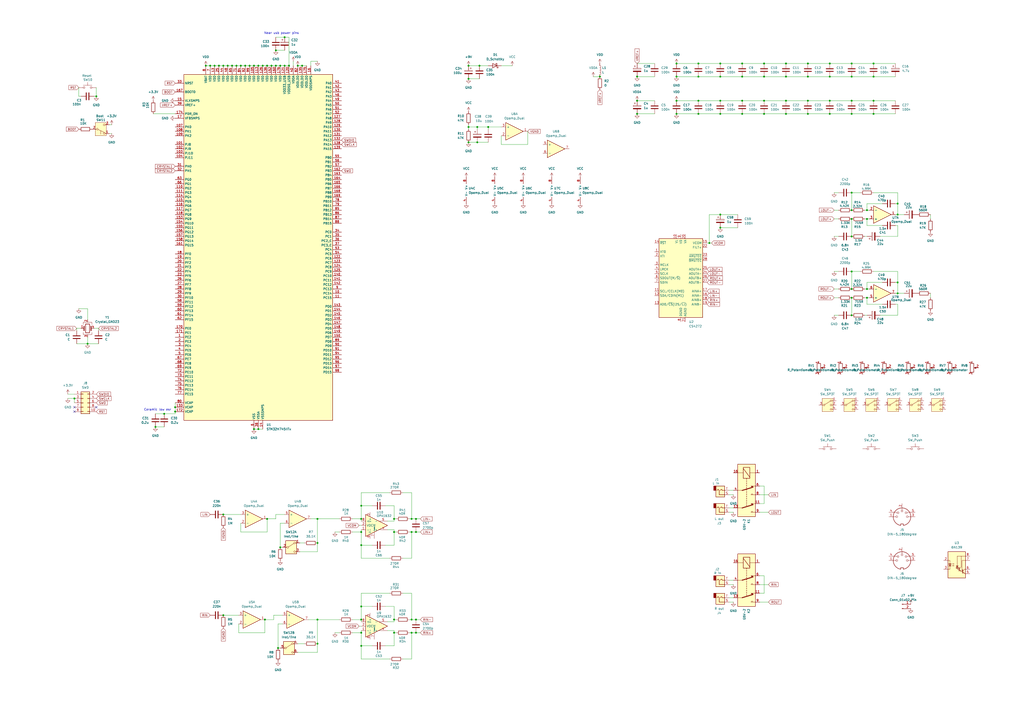
<source format=kicad_sch>
(kicad_sch (version 20250114) (generator "eeschema") (generator_version "9.0")
  (paper "A2")
  (text "Near usb power pins" (at 163.322 19.304 0) (effects (font (size 1.27 1.27))))
  (text "Ceramic low esr" (at 91.44 237.744 0) (effects (font (size 1.27 1.27))))
  (junction (at 494.03 44.45))
  (junction (at 502.92 172.72))
  (junction (at 494.03 167.64))
  (junction (at 50.8 199.39))
  (junction (at 481.33 58.42))
  (junction (at 455.93 44.45))
  (junction (at 443.23 44.45))
  (junction (at 241.3 359.41))
  (junction (at 209.55 293.37))
  (junction (at 369.57 44.45))
  (junction (at 502.92 127))
  (junction (at 154.94 38.1))
  (junction (at 494.03 36.83))
  (junction (at 160.02 38.1))
  (junction (at 506.73 44.45))
  (junction (at 184.15 359.41))
  (junction (at 520.7 163.83))
  (junction (at 417.83 44.45))
  (junction (at 101.6 238.76))
  (junction (at 443.23 36.83))
  (junction (at 184.15 373.38))
  (junction (at 494.03 182.88))
  (junction (at 209.55 300.99))
  (junction (at 278.13 38.1))
  (junction (at 347.98 44.45))
  (junction (at 175.26 38.1))
  (junction (at 121.92 38.1))
  (junction (at 271.78 73.66))
  (junction (at 129.54 298.45))
  (junction (at 283.21 73.66))
  (junction (at 160.02 29.21))
  (junction (at 238.76 367.03))
  (junction (at 137.16 38.1))
  (junction (at 241.3 308.61))
  (junction (at 209.55 359.41))
  (junction (at 165.1 21.59))
  (junction (at 506.73 66.04))
  (junction (at 411.48 140.97))
  (junction (at 167.64 38.1))
  (junction (at 443.23 58.42))
  (junction (at 430.53 58.42))
  (junction (at 468.63 66.04))
  (junction (at 162.56 317.5))
  (junction (at 157.48 38.1))
  (junction (at 147.32 248.92))
  (junction (at 405.13 66.04))
  (junction (at 129.54 356.87))
  (junction (at 443.23 66.04))
  (junction (at 468.63 36.83))
  (junction (at 152.4 38.1))
  (junction (at 184.15 314.96))
  (junction (at 392.43 66.04))
  (junction (at 209.55 308.61))
  (junction (at 165.1 38.1))
  (junction (at 55.88 55.88))
  (junction (at 502.92 121.92))
  (junction (at 430.53 36.83))
  (junction (at 405.13 44.45))
  (junction (at 144.78 38.1))
  (junction (at 502.92 167.64))
  (junction (at 494.03 111.76))
  (junction (at 430.53 44.45))
  (junction (at 430.53 66.04))
  (junction (at 369.57 66.04))
  (junction (at 43.18 231.14))
  (junction (at 228.6 308.61))
  (junction (at 149.86 38.1))
  (junction (at 142.24 38.1))
  (junction (at 238.76 300.99))
  (junction (at 520.7 124.46))
  (junction (at 153.67 359.41))
  (junction (at 149.86 248.92))
  (junction (at 241.3 300.99))
  (junction (at 392.43 58.42))
  (junction (at 241.3 367.03))
  (junction (at 506.73 36.83))
  (junction (at 405.13 36.83))
  (junction (at 494.03 121.92))
  (junction (at 134.62 38.1))
  (junction (at 147.32 38.1))
  (junction (at 127 38.1))
  (junction (at 162.56 38.1))
  (junction (at 172.72 38.1))
  (junction (at 154.94 300.99))
  (junction (at 455.93 66.04))
  (junction (at 209.55 351.79))
  (junction (at 506.73 58.42))
  (junction (at 520.7 118.11))
  (junction (at 238.76 308.61))
  (junction (at 417.83 132.08))
  (junction (at 271.78 38.1))
  (junction (at 238.76 359.41))
  (junction (at 209.55 367.03))
  (junction (at 392.43 44.45))
  (junction (at 228.6 300.99))
  (junction (at 276.86 73.66))
  (junction (at 271.78 45.72))
  (junction (at 132.08 38.1))
  (junction (at 494.03 137.16))
  (junction (at 417.83 58.42))
  (junction (at 119.38 38.1))
  (junction (at 417.83 36.83))
  (junction (at 468.63 44.45))
  (junction (at 481.33 36.83))
  (junction (at 95.25 240.03))
  (junction (at 494.03 66.04))
  (junction (at 139.7 38.1))
  (junction (at 209.55 316.23))
  (junction (at 494.03 157.48))
  (junction (at 520.7 170.18))
  (junction (at 271.78 82.55))
  (junction (at 481.33 44.45))
  (junction (at 417.83 66.04))
  (junction (at 184.15 300.99))
  (junction (at 124.46 38.1))
  (junction (at 494.03 58.42))
  (junction (at 101.6 236.22))
  (junction (at 392.43 36.83))
  (junction (at 417.83 124.46))
  (junction (at 228.6 359.41))
  (junction (at 90.17 247.65))
  (junction (at 405.13 58.42))
  (junction (at 161.29 375.92))
  (junction (at 228.6 367.03))
  (junction (at 481.33 66.04))
  (junction (at 455.93 36.83))
  (junction (at 276.86 82.55))
  (junction (at 209.55 374.65))
  (junction (at 494.03 127))
  (junction (at 494.03 172.72))
  (junction (at 455.93 58.42))
  (junction (at 369.57 58.42))
  (junction (at 129.54 38.1))
  (junction (at 468.63 58.42))
  (no_connect (at 55.88 236.22))
  (no_connect (at 43.18 238.76))
  (no_connect (at 43.18 236.22))
  (wire (pts (xy 520.7 170.18) (xy 524.51 170.18)))
  (wire (pts (xy 520.7 163.83) (xy 519.43 163.83)))
  (wire (pts (xy 483.87 167.64) (xy 486.41 167.64)))
  (wire (pts (xy 172.72 38.1) (xy 175.26 38.1)))
  (wire (pts (xy 233.68 344.17) (xy 238.76 344.17)))
  (wire (pts (xy 204.47 367.03) (xy 209.55 367.03)))
  (wire (pts (xy 238.76 300.99) (xy 241.3 300.99)))
  (wire (pts (xy 209.55 308.61) (xy 209.55 307.34)))
  (wire (pts (xy 63.5 77.47) (xy 64.77 77.47)))
  (wire (pts (xy 539.75 170.18) (xy 539.75 172.72)))
  (wire (pts (xy 506.73 66.04) (xy 519.43 66.04)))
  (wire (pts (xy 160.02 298.45) (xy 165.1 298.45)))
  (wire (pts (xy 501.65 121.92) (xy 502.92 121.92)))
  (wire (pts (xy 411.48 140.97) (xy 412.75 140.97)))
  (wire (pts (xy 494.03 58.42) (xy 506.73 58.42)))
  (wire (pts (xy 138.43 361.95) (xy 138.43 367.03)))
  (wire (pts (xy 468.63 36.83) (xy 481.33 36.83)))
  (wire (pts (xy 344.17 44.45) (xy 347.98 44.45)))
  (wire (pts (xy 237.49 300.99) (xy 238.76 300.99)))
  (wire (pts (xy 209.55 293.37) (xy 209.55 300.99)))
  (wire (pts (xy 209.55 382.27) (xy 209.55 374.65)))
  (wire (pts (xy 101.6 233.68) (xy 101.6 236.22)))
  (wire (pts (xy 160.02 21.59) (xy 165.1 21.59)))
  (wire (pts (xy 241.3 367.03) (xy 243.84 367.03)))
  (wire (pts (xy 215.9 316.23) (xy 209.55 316.23)))
  (wire (pts (xy 44.45 199.39) (xy 50.8 199.39)))
  (wire (pts (xy 153.67 359.41) (xy 158.75 359.41)))
  (wire (pts (xy 223.52 351.79) (xy 228.6 351.79)))
  (wire (pts (xy 208.28 304.8) (xy 209.55 304.8)))
  (wire (pts (xy 483.87 127) (xy 486.41 127)))
  (wire (pts (xy 455.93 66.04) (xy 468.63 66.04)))
  (wire (pts (xy 455.93 58.42) (xy 468.63 58.42)))
  (wire (pts (xy 152.4 38.1) (xy 154.94 38.1)))
  (wire (pts (xy 184.15 359.41) (xy 196.85 359.41)))
  (wire (pts (xy 157.48 38.1) (xy 160.02 38.1)))
  (wire (pts (xy 95.25 240.03) (xy 90.17 240.03)))
  (wire (pts (xy 276.86 74.93) (xy 276.86 73.66)))
  (wire (pts (xy 233.68 285.75) (xy 238.76 285.75)))
  (wire (pts (xy 241.3 300.99) (xy 243.84 300.99)))
  (wire (pts (xy 271.78 82.55) (xy 276.86 82.55)))
  (wire (pts (xy 179.07 359.41) (xy 184.15 359.41)))
  (wire (pts (xy 502.92 127) (xy 504.19 127)))
  (wire (pts (xy 209.55 285.75) (xy 209.55 293.37)))
  (wire (pts (xy 209.55 344.17) (xy 209.55 351.79)))
  (wire (pts (xy 238.76 382.27) (xy 238.76 367.03)))
  (wire (pts (xy 506.73 58.42) (xy 519.43 58.42)))
  (wire (pts (xy 417.83 124.46) (xy 427.99 124.46)))
  (wire (pts (xy 422.91 284.48) (xy 425.45 284.48)))
  (wire (pts (xy 226.06 323.85) (xy 209.55 323.85)))
  (wire (pts (xy 430.53 58.42) (xy 443.23 58.42)))
  (wire (pts (xy 520.7 182.88) (xy 510.54 182.88)))
  (wire (pts (xy 511.81 163.83) (xy 502.92 163.83)))
  (wire (pts (xy 519.43 170.18) (xy 520.7 170.18)))
  (wire (pts (xy 129.54 298.45) (xy 139.7 298.45)))
  (wire (pts (xy 223.52 293.37) (xy 228.6 293.37)))
  (wire (pts (xy 443.23 281.94) (xy 443.23 292.1)))
  (wire (pts (xy 369.57 66.04) (xy 379.73 66.04)))
  (wire (pts (xy 228.6 293.37) (xy 228.6 300.99)))
  (wire (pts (xy 369.57 36.83) (xy 379.73 36.83)))
  (wire (pts (xy 194.31 367.03) (xy 196.85 367.03)))
  (wire (pts (xy 502.92 130.81) (xy 502.92 127)))
  (wire (pts (xy 228.6 307.34) (xy 228.6 308.61)))
  (wire (pts (xy 494.03 111.76) (xy 499.11 111.76)))
  (wire (pts (xy 228.6 300.99) (xy 228.6 302.26)))
  (wire (pts (xy 468.63 66.04) (xy 481.33 66.04)))
  (wire (pts (xy 422.91 339.09) (xy 425.45 339.09)))
  (wire (pts (xy 455.93 36.83) (xy 468.63 36.83)))
  (wire (pts (xy 520.7 118.11) (xy 519.43 118.11)))
  (wire (pts (xy 502.92 118.11) (xy 502.92 121.92)))
  (wire (pts (xy 57.15 190.5) (xy 57.15 191.77)))
  (wire (pts (xy 443.23 58.42) (xy 455.93 58.42)))
  (wire (pts (xy 154.94 308.61) (xy 154.94 300.99)))
  (wire (pts (xy 237.49 367.03) (xy 238.76 367.03)))
  (wire (pts (xy 224.79 360.68) (xy 228.6 360.68)))
  (wire (pts (xy 443.23 44.45) (xy 455.93 44.45)))
  (wire (pts (xy 290.83 78.74) (xy 290.83 83.82)))
  (wire (pts (xy 494.03 36.83) (xy 506.73 36.83)))
  (wire (pts (xy 430.53 44.45) (xy 443.23 44.45)))
  (wire (pts (xy 154.94 300.99) (xy 160.02 300.99)))
  (wire (pts (xy 271.78 72.39) (xy 271.78 73.66)))
  (wire (pts (xy 483.87 111.76) (xy 486.41 111.76)))
  (wire (pts (xy 44.45 190.5) (xy 44.45 191.77)))
  (wire (pts (xy 139.7 38.1) (xy 142.24 38.1)))
  (wire (pts (xy 160.02 38.1) (xy 162.56 38.1)))
  (wire (pts (xy 539.75 124.46) (xy 539.75 127)))
  (wire (pts (xy 481.33 44.45) (xy 494.03 44.45)))
  (wire (pts (xy 422.91 336.55) (xy 425.45 336.55)))
  (wire (pts (xy 228.6 308.61) (xy 229.87 308.61)))
  (wire (pts (xy 238.76 323.85) (xy 238.76 308.61)))
  (wire (pts (xy 276.86 73.66) (xy 283.21 73.66)))
  (wire (pts (xy 147.32 38.1) (xy 149.86 38.1)))
  (wire (pts (xy 132.08 38.1) (xy 134.62 38.1)))
  (wire (pts (xy 494.03 127) (xy 494.03 137.16)))
  (wire (pts (xy 440.69 334.01) (xy 443.23 334.01)))
  (wire (pts (xy 158.75 356.87) (xy 163.83 356.87)))
  (wire (pts (xy 483.87 137.16) (xy 486.41 137.16)))
  (wire (pts (xy 121.92 38.1) (xy 124.46 38.1)))
  (wire (pts (xy 443.23 334.01) (xy 443.23 344.17)))
  (wire (pts (xy 228.6 316.23) (xy 223.52 316.23)))
  (wire (pts (xy 440.69 281.94) (xy 443.23 281.94)))
  (wire (pts (xy 228.6 365.76) (xy 228.6 367.03)))
  (wire (pts (xy 520.7 130.81) (xy 519.43 130.81)))
  (wire (pts (xy 226.06 382.27) (xy 209.55 382.27)))
  (wire (pts (xy 165.1 38.1) (xy 167.64 38.1)))
  (wire (pts (xy 520.7 111.76) (xy 506.73 111.76)))
  (wire (pts (xy 502.92 121.92) (xy 504.19 121.92)))
  (wire (pts (xy 138.43 367.03) (xy 153.67 367.03)))
  (wire (pts (xy 422.91 294.64) (xy 425.45 294.64)))
  (wire (pts (xy 161.29 361.95) (xy 161.29 375.92)))
  (wire (pts (xy 209.55 316.23) (xy 209.55 308.61)))
  (wire (pts (xy 144.78 38.1) (xy 147.32 38.1)))
  (wire (pts (xy 494.03 172.72) (xy 494.03 182.88)))
  (wire (pts (xy 520.7 124.46) (xy 520.7 118.11)))
  (wire (pts (xy 520.7 137.16) (xy 510.54 137.16)))
  (wire (pts (xy 520.7 157.48) (xy 506.73 157.48)))
  (wire (pts (xy 506.73 36.83) (xy 519.43 36.83)))
  (wire (pts (xy 158.75 359.41) (xy 158.75 356.87)))
  (wire (pts (xy 55.88 50.8) (xy 55.88 55.88)))
  (wire (pts (xy 50.8 195.58) (xy 50.8 199.39)))
  (wire (pts (xy 520.7 176.53) (xy 519.43 176.53)))
  (wire (pts (xy 483.87 182.88) (xy 486.41 182.88)))
  (wire (pts (xy 483.87 172.72) (xy 486.41 172.72)))
  (wire (pts (xy 241.3 359.41) (xy 243.84 359.41)))
  (wire (pts (xy 209.55 300.99) (xy 209.55 302.26)))
  (wire (pts (xy 417.83 66.04) (xy 430.53 66.04)))
  (wire (pts (xy 184.15 35.56) (xy 180.34 35.56)))
  (wire (pts (xy 154.94 38.1) (xy 157.48 38.1)))
  (wire (pts (xy 494.03 111.76) (xy 494.03 121.92)))
  (wire (pts (xy 369.57 44.45) (xy 379.73 44.45)))
  (wire (pts (xy 160.02 29.21) (xy 165.1 29.21)))
  (wire (pts (xy 165.1 303.53) (xy 162.56 303.53)))
  (wire (pts (xy 194.31 308.61) (xy 196.85 308.61)))
  (wire (pts (xy 149.86 248.92) (xy 152.4 248.92)))
  (wire (pts (xy 443.23 344.17) (xy 440.69 344.17)))
  (wire (pts (xy 163.83 361.95) (xy 161.29 361.95)))
  (wire (pts (xy 440.69 297.18) (xy 445.77 297.18)))
  (wire (pts (xy 119.38 38.1) (xy 121.92 38.1)))
  (wire (pts (xy 502.92 176.53) (xy 502.92 172.72)))
  (wire (pts (xy 147.32 248.92) (xy 149.86 248.92)))
  (wire (pts (xy 165.1 21.59) (xy 167.64 21.59)))
  (wire (pts (xy 481.33 66.04) (xy 494.03 66.04)))
  (wire (pts (xy 238.76 359.41) (xy 241.3 359.41)))
  (wire (pts (xy 411.48 140.97) (xy 410.21 140.97)))
  (wire (pts (xy 501.65 137.16) (xy 502.92 137.16)))
  (wire (pts (xy 405.13 66.04) (xy 417.83 66.04)))
  (wire (pts (xy 184.15 300.99) (xy 196.85 300.99)))
  (wire (pts (xy 519.43 124.46) (xy 520.7 124.46)))
  (wire (pts (xy 228.6 367.03) (xy 229.87 367.03)))
  (wire (pts (xy 405.13 36.83) (xy 417.83 36.83)))
  (wire (pts (xy 233.68 323.85) (xy 238.76 323.85)))
  (wire (pts (xy 139.7 303.53) (xy 139.7 308.61)))
  (wire (pts (xy 184.15 373.38) (xy 184.15 378.46)))
  (wire (pts (xy 501.65 127) (xy 502.92 127)))
  (wire (pts (xy 511.81 176.53) (xy 502.92 176.53)))
  (wire (pts (xy 224.79 307.34) (xy 228.6 307.34)))
  (wire (pts (xy 173.99 314.96) (xy 176.53 314.96)))
  (wire (pts (xy 228.6 374.65) (xy 223.52 374.65)))
  (wire (pts (xy 43.18 231.14) (xy 43.18 233.68)))
  (wire (pts (xy 271.78 73.66) (xy 271.78 74.93)))
  (wire (pts (xy 405.13 58.42) (xy 417.83 58.42)))
  (wire (pts (xy 153.67 367.03) (xy 153.67 359.41)))
  (wire (pts (xy 494.03 44.45) (xy 506.73 44.45)))
  (wire (pts (xy 520.7 176.53) (xy 520.7 182.88)))
  (wire (pts (xy 501.65 172.72) (xy 502.92 172.72)))
  (wire (pts (xy 237.49 308.61) (xy 238.76 308.61)))
  (wire (pts (xy 215.9 293.37) (xy 209.55 293.37)))
  (wire (pts (xy 172.72 373.38) (xy 176.53 373.38)))
  (wire (pts (xy 392.43 36.83) (xy 405.13 36.83)))
  (wire (pts (xy 184.15 378.46) (xy 172.72 378.46)))
  (wire (pts (xy 50.8 199.39) (xy 57.15 199.39)))
  (wire (pts (xy 167.64 21.59) (xy 167.64 38.1)))
  (wire (pts (xy 137.16 38.1) (xy 139.7 38.1)))
  (wire (pts (xy 520.7 170.18) (xy 520.7 163.83)))
  (wire (pts (xy 134.62 38.1) (xy 137.16 38.1)))
  (wire (pts (xy 39.37 231.14) (xy 43.18 231.14)))
  (wire (pts (xy 101.6 238.76) (xy 101.6 240.03)))
  (wire (pts (xy 209.55 367.03) (xy 209.55 365.76)))
  (wire (pts (xy 129.54 38.1) (xy 132.08 38.1)))
  (wire (pts (xy 271.78 45.72) (xy 278.13 45.72)))
  (wire (pts (xy 204.47 359.41) (xy 209.55 359.41)))
  (wire (pts (xy 502.92 167.64) (xy 504.19 167.64)))
  (wire (pts (xy 422.91 287.02) (xy 425.45 287.02)))
  (wire (pts (xy 101.6 236.22) (xy 101.6 238.76)))
  (wire (pts (xy 483.87 121.92) (xy 486.41 121.92)))
  (wire (pts (xy 39.37 228.6) (xy 43.18 228.6)))
  (wire (pts (xy 511.81 118.11) (xy 502.92 118.11)))
  (wire (pts (xy 417.83 124.46) (xy 411.48 124.46)))
  (wire (pts (xy 443.23 292.1) (xy 440.69 292.1)))
  (wire (pts (xy 228.6 300.99) (xy 229.87 300.99)))
  (wire (pts (xy 481.33 58.42) (xy 494.03 58.42)))
  (wire (pts (xy 162.56 317.5) (xy 163.83 317.5)))
  (wire (pts (xy 502.92 172.72) (xy 504.19 172.72)))
  (wire (pts (xy 209.55 323.85) (xy 209.55 316.23)))
  (wire (pts (xy 170.18 35.56) (xy 170.18 38.1)))
  (wire (pts (xy 440.69 339.09) (xy 445.77 339.09)))
  (wire (pts (xy 208.28 363.22) (xy 209.55 363.22)))
  (wire (pts (xy 494.03 157.48) (xy 494.03 167.64)))
  (wire (pts (xy 228.6 359.41) (xy 228.6 360.68)))
  (wire (pts (xy 417.83 132.08) (xy 427.99 132.08)))
  (wire (pts (xy 215.9 374.65) (xy 209.55 374.65)))
  (wire (pts (xy 54.61 190.5) (xy 57.15 190.5)))
  (wire (pts (xy 238.76 308.61) (xy 241.3 308.61)))
  (wire (pts (xy 215.9 351.79) (xy 209.55 351.79)))
  (wire (pts (xy 483.87 157.48) (xy 486.41 157.48)))
  (wire (pts (xy 160.02 300.99) (xy 160.02 298.45)))
  (wire (pts (xy 290.83 38.1) (xy 297.18 38.1)))
  (wire (pts (xy 502.92 163.83) (xy 502.92 167.64)))
  (wire (pts (xy 45.72 179.07) (xy 50.8 179.07)))
  (wire (pts (xy 161.29 375.92) (xy 162.56 375.92)))
  (wire (pts (xy 90.17 247.65) (xy 95.25 247.65)))
  (wire (pts (xy 46.99 190.5) (xy 44.45 190.5)))
  (wire (pts (xy 204.47 300.99) (xy 209.55 300.99)))
  (wire (pts (xy 127 38.1) (xy 129.54 38.1)))
  (wire (pts (xy 180.34 35.56) (xy 180.34 38.1)))
  (wire (pts (xy 430.53 66.04) (xy 443.23 66.04)))
  (wire (pts (xy 422.91 297.18) (xy 425.45 297.18)))
  (wire (pts (xy 501.65 167.64) (xy 502.92 167.64)))
  (wire (pts (xy 417.83 58.42) (xy 430.53 58.42)))
  (wire (pts (xy 209.55 374.65) (xy 209.55 367.03)))
  (wire (pts (xy 520.7 118.11) (xy 520.7 111.76)))
  (wire (pts (xy 511.81 130.81) (xy 502.92 130.81)))
  (wire (pts (xy 283.21 73.66) (xy 283.21 74.93)))
  (wire (pts (xy 88.9 66.04) (xy 101.6 66.04)))
  (wire (pts (xy 276.86 82.55) (xy 283.21 82.55)))
  (wire (pts (xy 417.83 44.45) (xy 430.53 44.45)))
  (wire (pts (xy 228.6 359.41) (xy 229.87 359.41)))
  (wire (pts (xy 306.07 83.82) (xy 306.07 76.2)))
  (wire (pts (xy 271.78 73.66) (xy 276.86 73.66)))
  (wire (pts (xy 440.69 349.25) (xy 445.77 349.25)))
  (wire (pts (xy 162.56 303.53) (xy 162.56 317.5)))
  (wire (pts (xy 422.91 346.71) (xy 425.45 346.71)))
  (wire (pts (xy 238.76 285.75) (xy 238.76 300.99)))
  (wire (pts (xy 501.65 182.88) (xy 502.92 182.88)))
  (wire (pts (xy 411.48 124.46) (xy 411.48 140.97)))
  (wire (pts (xy 238.76 344.17) (xy 238.76 359.41)))
  (wire (pts (xy 369.57 58.42) (xy 379.73 58.42)))
  (wire (pts (xy 238.76 367.03) (xy 241.3 367.03)))
  (wire (pts (xy 392.43 44.45) (xy 405.13 44.45)))
  (wire (pts (xy 271.78 38.1) (xy 278.13 38.1)))
  (wire (pts (xy 392.43 66.04) (xy 405.13 66.04)))
  (wire (pts (xy 209.55 351.79) (xy 209.55 359.41)))
  (wire (pts (xy 226.06 285.75) (xy 209.55 285.75)))
  (wire (pts (xy 173.99 320.04) (xy 184.15 320.04)))
  (wire (pts (xy 46.99 55.88) (xy 45.72 55.88)))
  (wire (pts (xy 506.73 44.45) (xy 519.43 44.45)))
  (wire (pts (xy 184.15 314.96) (xy 184.15 320.04)))
  (wire (pts (xy 175.26 38.1) (xy 177.8 38.1)))
  (wire (pts (xy 290.83 83.82) (xy 306.07 83.82)))
  (wire (pts (xy 468.63 44.45) (xy 481.33 44.45)))
  (wire (pts (xy 241.3 308.61) (xy 243.84 308.61)))
  (wire (pts (xy 443.23 36.83) (xy 455.93 36.83)))
  (wire (pts (xy 405.13 44.45) (xy 417.83 44.45)))
  (wire (pts (xy 149.86 38.1) (xy 152.4 38.1)))
  (wire (pts (xy 283.21 38.1) (xy 278.13 38.1)))
  (wire (pts (xy 139.7 308.61) (xy 154.94 308.61)))
  (wire (pts (xy 233.68 382.27) (xy 238.76 382.27)))
  (wire (pts (xy 228.6 351.79) (xy 228.6 359.41)))
  (wire (pts (xy 520.7 130.81) (xy 520.7 137.16)))
  (wire (pts (xy 224.79 302.26) (xy 228.6 302.26)))
  (wire (pts (xy 440.69 287.02) (xy 445.77 287.02)))
  (wire (pts (xy 184.15 359.41) (xy 184.15 373.38)))
  (wire (pts (xy 392.43 58.42) (xy 405.13 58.42)))
  (wire (pts (xy 443.23 66.04) (xy 455.93 66.04)))
  (wire (pts (xy 228.6 367.03) (xy 228.6 374.65)))
  (wire (pts (xy 63.5 72.39) (xy 64.77 72.39)))
  (wire (pts (xy 283.21 73.66) (xy 290.83 73.66)))
  (wire (pts (xy 226.06 344.17) (xy 209.55 344.17)))
  (wire (pts (xy 417.83 36.83) (xy 430.53 36.83)))
  (wire (pts (xy 237.49 359.41) (xy 238.76 359.41)))
  (wire (pts (xy 45.72 55.88) (xy 45.72 50.8)))
  (wire (pts (xy 129.54 356.87) (xy 138.43 356.87)))
  (wire (pts (xy 224.79 365.76) (xy 228.6 365.76)))
  (wire (pts (xy 54.61 55.88) (xy 55.88 55.88)))
  (wire (pts (xy 184.15 300.99) (xy 184.15 314.96)))
  (wire (pts (xy 209.55 359.41) (xy 209.55 360.68)))
  (wire (pts (xy 124.46 38.1) (xy 127 38.1)))
  (wire (pts (xy 455.93 44.45) (xy 468.63 44.45)))
  (wire (pts (xy 142.24 38.1) (xy 144.78 38.1)))
  (wire (pts (xy 494.03 66.04) (xy 506.73 66.04)))
  (wire (pts (xy 228.6 308.61) (xy 228.6 316.23)))
  (wire (pts (xy 494.03 157.48) (xy 499.11 157.48)))
  (wire (pts (xy 520.7 124.46) (xy 524.51 124.46)))
  (wire (pts (xy 204.47 308.61) (xy 209.55 308.61)))
  (wire (pts (xy 430.53 36.83) (xy 443.23 36.83)))
  (wire (pts (xy 101.6 240.03) (xy 95.25 240.03)))
  (wire (pts (xy 50.8 179.07) (xy 50.8 185.42)))
  (wire (pts (xy 422.91 349.25) (xy 425.45 349.25)))
  (wire (pts (xy 162.56 38.1) (xy 165.1 38.1)))
  (wire (pts (xy 180.34 300.99) (xy 184.15 300.99)))
  (wire (pts (xy 468.63 58.42) (xy 481.33 58.42)))
  (wire (pts (xy 520.7 163.83) (xy 520.7 157.48)))
  (wire (pts (xy 481.33 36.83) (xy 494.03 36.83)))
  (global_label "LIN" (shape input) (at 121.92 298.45 180) (property "Intersheetrefs" "${INTERSHEET_REFS}" (effects (hide yes))))
  (global_label "VGND" (shape input) (at 306.07 76.2 0) (property "Intersheetrefs" "${INTERSHEET_REFS}" (effects (hide yes))))
  (global_label "RIN+" (shape input) (at 243.84 367.03 0) (property "Intersheetrefs" "${INTERSHEET_REFS}" (effects (hide yes))))
  (global_label "LOUT-" (shape input) (at 410.21 158.75 0) (property "Intersheetrefs" "${INTERSHEET_REFS}" (effects (hide yes))))
  (global_label "ROUT+" (shape input) (at 483.87 172.72 180) (property "Intersheetrefs" "${INTERSHEET_REFS}" (effects (hide yes))))
  (global_label "VREF+" (shape input) (at 101.6 60.96 180) (property "Intersheetrefs" "${INTERSHEET_REFS}" (effects (hide yes))))
  (global_label "VGND" (shape input) (at 129.54 306.07 270) (property "Intersheetrefs" "${INTERSHEET_REFS}" (effects (hide yes))))
  (global_label "CRYSTAL2" (shape input) (at 57.15 190.5 0) (property "Intersheetrefs" "${INTERSHEET_REFS}" (effects (hide yes))))
  (global_label "LIN-" (shape input) (at 243.84 300.99 0) (property "Intersheetrefs" "${INTERSHEET_REFS}" (effects (hide yes))))
  (global_label "CRYSTAL1" (shape input) (at 44.45 190.5 180) (property "Intersheetrefs" "${INTERSHEET_REFS}" (effects (hide yes))))
  (global_label "RIN" (shape input) (at 445.77 339.09 0) (property "Intersheetrefs" "${INTERSHEET_REFS}" (effects (hide yes))))
  (global_label "RST" (shape input) (at 101.6 48.26 180) (property "Intersheetrefs" "${INTERSHEET_REFS}" (effects (hide yes))))
  (global_label "LIN" (shape input) (at 445.77 287.02 0) (property "Intersheetrefs" "${INTERSHEET_REFS}" (effects (hide yes))))
  (global_label "LIN+" (shape input) (at 410.21 168.91 0) (property "Intersheetrefs" "${INTERSHEET_REFS}" (effects (hide yes))))
  (global_label "SWDIO" (shape input) (at 198.12 81.28 0) (property "Intersheetrefs" "${INTERSHEET_REFS}" (effects (hide yes))))
  (global_label "SWCLK" (shape input) (at 55.88 231.14 0) (property "Intersheetrefs" "${INTERSHEET_REFS}" (effects (hide yes))))
  (global_label "VREF+" (shape input) (at 369.57 36.83 90) (property "Intersheetrefs" "${INTERSHEET_REFS}" (effects (hide yes))))
  (global_label "RST" (shape input) (at 45.72 50.8 180) (property "Intersheetrefs" "${INTERSHEET_REFS}" (effects (hide yes))))
  (global_label "VCOM" (shape input) (at 208.28 363.22 180) (property "Intersheetrefs" "${INTERSHEET_REFS}" (effects (hide yes))))
  (global_label "RIN+" (shape input) (at 410.21 173.99 0) (property "Intersheetrefs" "${INTERSHEET_REFS}" (effects (hide yes))))
  (global_label "SWDIO" (shape input) (at 55.88 228.6 0) (property "Intersheetrefs" "${INTERSHEET_REFS}" (effects (hide yes))))
  (global_label "LOUT" (shape input) (at 445.77 297.18 0) (property "Intersheetrefs" "${INTERSHEET_REFS}" (effects (hide yes))))
  (global_label "VCOM" (shape input) (at 412.75 140.97 0) (property "Intersheetrefs" "${INTERSHEET_REFS}" (effects (hide yes))))
  (global_label "BOOT" (shape input) (at 45.72 74.93 180) (property "Intersheetrefs" "${INTERSHEET_REFS}" (effects (hide yes))))
  (global_label "LOUT-" (shape input) (at 483.87 121.92 180) (property "Intersheetrefs" "${INTERSHEET_REFS}" (effects (hide yes))))
  (global_label "ROUT" (shape input) (at 445.77 349.25 0) (property "Intersheetrefs" "${INTERSHEET_REFS}" (effects (hide yes))))
  (global_label "SWO" (shape input) (at 55.88 233.68 0) (property "Intersheetrefs" "${INTERSHEET_REFS}" (effects (hide yes))))
  (global_label "SWO" (shape input) (at 198.12 99.06 0) (property "Intersheetrefs" "${INTERSHEET_REFS}" (effects (hide yes))))
  (global_label "LOUT+" (shape input) (at 483.87 127 180) (property "Intersheetrefs" "${INTERSHEET_REFS}" (effects (hide yes))))
  (global_label "CRYSTAL1" (shape input) (at 101.6 96.52 180) (property "Intersheetrefs" "${INTERSHEET_REFS}" (effects (hide yes))))
  (global_label "LIN+" (shape input) (at 243.84 308.61 0) (property "Intersheetrefs" "${INTERSHEET_REFS}" (effects (hide yes))))
  (global_label "RIN-" (shape input) (at 243.84 359.41 0) (property "Intersheetrefs" "${INTERSHEET_REFS}" (effects (hide yes))))
  (global_label "LIN-" (shape input) (at 410.21 171.45 0) (property "Intersheetrefs" "${INTERSHEET_REFS}" (effects (hide yes))))
  (global_label "BOOT" (shape input) (at 101.6 53.34 180) (property "Intersheetrefs" "${INTERSHEET_REFS}" (effects (hide yes))))
  (global_label "RIN-" (shape input) (at 410.21 176.53 0) (property "Intersheetrefs" "${INTERSHEET_REFS}" (effects (hide yes))))
  (global_label "VCOM" (shape input) (at 208.28 304.8 180) (property "Intersheetrefs" "${INTERSHEET_REFS}" (effects (hide yes))))
  (global_label "LOUT+" (shape input) (at 410.21 156.21 0) (property "Intersheetrefs" "${INTERSHEET_REFS}" (effects (hide yes))))
  (global_label "ROUT+" (shape input) (at 410.21 161.29 0) (property "Intersheetrefs" "${INTERSHEET_REFS}" (effects (hide yes))))
  (global_label "ROUT-" (shape input) (at 410.21 163.83 0) (property "Intersheetrefs" "${INTERSHEET_REFS}" (effects (hide yes))))
  (global_label "ROUT-" (shape input) (at 483.87 167.64 180) (property "Intersheetrefs" "${INTERSHEET_REFS}" (effects (hide yes))))
  (global_label "SWCLK" (shape input) (at 198.12 83.82 0) (property "Intersheetrefs" "${INTERSHEET_REFS}" (effects (hide yes))))
  (global_label "RIN" (shape input) (at 121.92 356.87 180) (property "Intersheetrefs" "${INTERSHEET_REFS}" (effects (hide yes))))
  (global_label "VREF+" (shape input) (at 347.98 52.07 270) (property "Intersheetrefs" "${INTERSHEET_REFS}" (effects (hide yes))))
  (global_label "VGND" (shape input) (at 129.54 364.49 270) (property "Intersheetrefs" "${INTERSHEET_REFS}" (effects (hide yes))))
  (global_label "RST" (shape input) (at 55.88 238.76 0) (property "Intersheetrefs" "${INTERSHEET_REFS}" (effects (hide yes))))
  (global_label "CRYSTAL2" (shape input) (at 101.6 99.06 180) (property "Intersheetrefs" "${INTERSHEET_REFS}" (effects (hide yes))))
  (symbol (lib_id "Device:C") (at 443.23 40.64 0) (unit 1)
    (property "Reference" "C10" (at 447.04 39.3699 0) (effects (justify left)))
    (property "Value" "100n" (at 447.04 41.9099 0) (effects (justify left)))
    (property "Description" "Unpolarized capacitor" (effects (hide yes)))
  )
  (symbol (lib_id "power:GND") (at 50.8 199.39 0) (unit 1)
    (property "Reference" "#PWR04" (effects (hide yes)))
    (property "Value" "GND" (at 50.8 204.47 0))
    (property "Description" "Power symbol creates a global label with name \"GND\" , ground" (effects (hide yes)))
  )
  (symbol (lib_id "Device:C") (at 515.62 163.83 90) (unit 1)
    (property "Reference" "C49" (at 511.302 159.512 90))
    (property "Value" "470p" (at 511.556 161.798 90))
    (property "Description" "Unpolarized capacitor" (effects (hide yes)))
  )
  (symbol (lib_id "Device:C_Polarized") (at 165.1 25.4 0) (unit 1)
    (property "Reference" "C32" (at 168.91 23.2409 0) (effects (justify left)))
    (property "Value" "1u" (at 168.91 25.7809 0) (effects (justify left)))
    (property "Description" "Polarized capacitor" (effects (hide yes)))
  )
  (symbol (lib_id "Device:C") (at 50.8 55.88 90) (mirror x) (unit 1)
    (property "Reference" "C3" (at 47.244 58.166 90) (effects (justify left)))
    (property "Value" "100n" (at 46.99 60.452 90) (effects (justify left)))
    (property "Description" "Unpolarized capacitor" (effects (hide yes)))
  )
  (symbol (lib_id "Device:R") (at 271.78 78.74 0) (mirror x) (unit 1)
    (property "Reference" "R11" (at 269.24 77.4699 0) (effects (justify right)))
    (property "Value" "47K" (at 269.24 80.0099 0) (effects (justify right)))
    (property "Description" "Resistor" (effects (hide yes)))
  )
  (symbol (lib_id "Device:C") (at 443.23 62.23 0) (unit 1)
    (property "Reference" "C21" (at 447.04 60.9599 0) (effects (justify left)))
    (property "Value" "100n" (at 447.04 63.4999 0) (effects (justify left)))
    (property "Description" "Unpolarized capacitor" (effects (hide yes)))
  )
  (symbol (lib_id "Switch:SW_SP3T") (at 505.46 234.95 0) (unit 1)
    (property "Reference" "SW6" (at 505.46 226.06 0))
    (property "Value" "SW_SP3T" (at 505.46 228.6 0))
    (property "Description" "Switch, three position, single pole triple throw, 3 position switch, SP3T" (effects (hide yes)))
  )
  (symbol (lib_id "power:GND") (at 417.83 132.08 0) (unit 1)
    (property "Reference" "#PWR054" (effects (hide yes)))
    (property "Value" "GND" (at 417.83 137.16 0))
    (property "Description" "Power symbol creates a global label with name \"GND\" , ground" (effects (hide yes)))
  )
  (symbol (lib_id "Device:C") (at 490.22 137.16 90) (mirror x) (unit 1)
    (property "Reference" "C43" (at 490.22 144.78 90))
    (property "Value" "6.8n" (at 490.22 142.24 90))
    (property "Description" "Unpolarized capacitor" (effects (hide yes)))
  )
  (symbol (lib_id "power:VDDA") (at 170.18 35.56 0) (unit 1)
    (property "Reference" "#PWR017" (effects (hide yes)))
    (property "Value" "VDDA" (at 170.18 30.48 0))
    (property "Description" "Power symbol creates a global label with name \"VDDA\"" (effects (hide yes)))
  )
  (symbol (lib_id "power:GND") (at 539.75 180.34 0) (unit 1)
    (property "Reference" "#PWR051" (effects (hide yes)))
    (property "Value" "GND" (at 539.75 185.42 0))
    (property "Description" "Power symbol creates a global label with name \"GND\" , ground" (effects (hide yes)))
  )
  (symbol (lib_id "Device:C_Polarized") (at 417.83 128.27 0) (unit 1)
    (property "Reference" "C58" (at 421.64 126.1109 0) (effects (justify left)))
    (property "Value" "1u" (at 421.64 128.6509 0) (effects (justify left)))
    (property "Description" "Polarized capacitor" (effects (hide yes)))
  )
  (symbol (lib_id "power:GND") (at 194.31 308.61 0) (unit 1)
    (property "Reference" "#PWR057" (effects (hide yes)))
    (property "Value" "GND" (at 194.31 313.69 0))
    (property "Description" "Power symbol creates a global label with name \"GND\" , ground" (effects (hide yes)))
  )
  (symbol (lib_id "Device:R") (at 490.22 121.92 270) (unit 1)
    (property "Reference" "R12" (at 491.744 117.348 90) (effects (justify right)))
    (property "Value" "4.42K" (at 492.76 119.38 90) (effects (justify right)))
    (property "Description" "Resistor" (effects (hide yes)))
  )
  (symbol (lib_id "Device:C") (at 283.21 78.74 0) (unit 1)
    (property "Reference" "C39" (at 281.432 67.564 0) (effects (justify left)))
    (property "Value" "100n" (at 281.178 70.358 0) (effects (justify left)))
    (property "Description" "Unpolarized capacitor" (effects (hide yes)))
  )
  (symbol (lib_id "Switch:SW_SP3T") (at 518.16 234.95 0) (unit 1)
    (property "Reference" "SW7" (at 518.16 226.06 0))
    (property "Value" "SW_SP3T" (at 518.16 228.6 0))
    (property "Description" "Switch, three position, single pole triple throw, 3 position switch, SP3T" (effects (hide yes)))
  )
  (symbol (lib_id "Device:R") (at 200.66 300.99 270) (unit 1)
    (property "Reference" "R28" (at 202.438 295.91 90) (effects (justify right)))
    (property "Value" "1K" (at 202.184 297.942 90) (effects (justify right)))
    (property "Description" "Resistor" (effects (hide yes)))
  )
  (symbol (lib_id "Device:R") (at 229.87 344.17 270) (unit 1)
    (property "Reference" "R31" (at 231.648 339.09 90) (effects (justify right)))
    (property "Value" "270R" (at 231.394 341.122 90) (effects (justify right)))
    (property "Description" "Resistor" (effects (hide yes)))
  )
  (symbol (lib_id "Device:R_Potentiometer") (at 487.68 213.36 0) (unit 1)
    (property "Reference" "RV2" (at 485.14 212.0899 0) (effects (justify right)))
    (property "Value" "R_Potentiometer" (at 485.14 214.6299 0) (effects (justify right)))
    (property "Description" "Potentiometer" (effects (hide yes)))
  )
  (symbol (lib_id "Device:C_Polarized") (at 528.32 170.18 90) (mirror x) (unit 1)
    (property "Reference" "C51" (at 528.32 164.084 90) (effects (justify left)))
    (property "Value" "22u" (at 529.082 165.862 90) (effects (justify left)))
    (property "Description" "Polarized capacitor" (effects (hide yes)))
  )
  (symbol (lib_id "power:VDD") (at 347.98 36.83 0) (unit 1)
    (property "Reference" "#PWR021" (effects (hide yes)))
    (property "Value" "VDD" (at 347.98 31.75 0))
    (property "Description" "Power symbol creates a global label with name \"VDD\"" (effects (hide yes)))
  )
  (symbol (lib_id "Relay:G5V-2") (at 433.07 336.55 270) (unit 1)
    (property "Reference" "K2" (at 434.3401 353.06 0) (effects (justify left)))
    (property "Value" "G5V-2" (at 431.8001 353.06 0) (effects (justify left)))
    (property "Footprint" "Relay_THT:Relay_DPDT_Omron_G5V-2" (effects (hide yes)))
    (property "Datasheet" "http://omronfs.omron.com/en_US/ecb/products/pdf/en-g5v_2.pdf" (effects (hide yes)))
    (property "Description" "Relay Miniature Omron DPDT" (effects (hide yes)))
  )
  (symbol (lib_id "power:VDD") (at 392.43 36.83 0) (unit 1)
    (property "Reference" "#PWR010" (effects (hide yes)))
    (property "Value" "VDD" (at 392.43 31.75 0))
    (property "Description" "Power symbol creates a global label with name \"VDD\"" (effects (hide yes)))
  )
  (symbol (lib_id "power:GND") (at 160.02 29.21 0) (unit 1)
    (property "Reference" "#PWR028" (effects (hide yes)))
    (property "Value" "GND" (at 160.02 34.29 0))
    (property "Description" "Power symbol creates a global label with name \"GND\" , ground" (effects (hide yes)))
  )
  (symbol (lib_id "power:VDD") (at 392.43 58.42 0) (unit 1)
    (property "Reference" "#PWR011" (effects (hide yes)))
    (property "Value" "VDD" (at 392.43 53.34 0))
    (property "Description" "Power symbol creates a global label with name \"VDD\"" (effects (hide yes)))
  )
  (symbol (lib_id "Device:C") (at 417.83 62.23 0) (unit 1)
    (property "Reference" "C19" (at 421.64 60.9599 0) (effects (justify left)))
    (property "Value" "100n" (at 421.64 63.4999 0) (effects (justify left)))
    (property "Description" "Unpolarized capacitor" (effects (hide yes)))
  )
  (symbol (lib_id "power:GND") (at 184.15 35.56 0) (unit 1)
    (property "Reference" "#PWR027" (effects (hide yes)))
    (property "Value" "GND" (at 184.15 40.64 0))
    (property "Description" "Power symbol creates a global label with name \"GND\" , ground" (effects (hide yes)))
  )
  (symbol (lib_id "Device:R") (at 497.84 167.64 270) (unit 1)
    (property "Reference" "R22" (at 499.364 163.068 90) (effects (justify right)))
    (property "Value" "2.32K" (at 500.38 165.354 90) (effects (justify right)))
    (property "Description" "Resistor" (effects (hide yes)))
  )
  (symbol (lib_id "Device:R") (at 497.84 182.88 270) (mirror x) (unit 1)
    (property "Reference" "R24" (at 499.364 187.452 90) (effects (justify right)))
    (property "Value" "1.5K" (at 500.38 185.166 90) (effects (justify right)))
    (property "Description" "Resistor" (effects (hide yes)))
  )
  (symbol (lib_id "MCU_ST_STM32H7:STM32H745IITx") (at 149.86 144.78 0) (unit 1)
    (property "Reference" "U1" (at 154.5433 246.38 0) (effects (justify left)))
    (property "Value" "STM32H745IITx" (at 154.5433 248.92 0) (effects (justify left)))
    (property "Footprint" "Package_QFP:LQFP-176_24x24mm_P0.5mm" (effects (hide yes)))
    (property "Datasheet" "https://www.st.com/resource/en/datasheet/stm32h745ii.pdf" (effects (hide yes)))
    (property "Description" "STMicroelectronics Arm Cortex-M7 MCU, 2048KB flash, 1024KB RAM, 480 MHz, 1.62-3.6V, 121 GPIO, LQFP176" (effects (hide yes)))
  )
  (symbol (lib_id "Device:R_Potentiometer") (at 538.48 213.36 0) (unit 1)
    (property "Reference" "RV6" (at 535.94 212.0899 0) (effects (justify right)))
    (property "Value" "R_Potentiometer" (at 535.94 214.6299 0) (effects (justify right)))
    (property "Description" "Potentiometer" (effects (hide yes)))
  )
  (symbol (lib_id "Device:R") (at 200.66 367.03 270) (mirror x) (unit 1)
    (property "Reference" "R30" (at 202.438 372.11 90) (effects (justify right)))
    (property "Value" "1K" (at 202.184 370.078 90) (effects (justify right)))
    (property "Description" "Resistor" (effects (hide yes)))
  )
  (symbol (lib_id "power:VDD") (at 172.72 38.1 0) (unit 1)
    (property "Reference" "#PWR016" (effects (hide yes)))
    (property "Value" "VDD" (at 172.72 33.02 0))
    (property "Description" "Power symbol creates a global label with name \"VDD\"" (effects (hide yes)))
  )
  (symbol (lib_id "Device:C") (at 515.62 176.53 90) (mirror x) (unit 1)
    (property "Reference" "C50" (at 512.064 180.594 90))
    (property "Value" "1.5n" (at 512.064 178.308 90))
    (property "Description" "Unpolarized capacitor" (effects (hide yes)))
  )
  (symbol (lib_id "Device:R") (at 162.56 321.31 0) (mirror x) (unit 1)
    (property "Reference" "R6" (at 160.02 320.0399 0) (effects (justify right)))
    (property "Value" "10K" (at 160.02 322.5799 0) (effects (justify right)))
    (property "Description" "Resistor" (effects (hide yes)))
  )
  (symbol (lib_id "Device:C") (at 494.03 40.64 0) (unit 1)
    (property "Reference" "C14" (at 497.84 39.3699 0) (effects (justify left)))
    (property "Value" "100n" (at 497.84 41.9099 0) (effects (justify left)))
    (property "Description" "Unpolarized capacitor" (effects (hide yes)))
  )
  (symbol (lib_id "Device:C") (at 515.62 118.11 90) (unit 1)
    (property "Reference" "C40" (at 511.302 113.792 90))
    (property "Value" "470p" (at 511.556 116.078 90))
    (property "Description" "Unpolarized capacitor" (effects (hide yes)))
  )
  (symbol (lib_id "power:GND") (at 39.37 231.14 0) (unit 1)
    (property "Reference" "#PWR022" (effects (hide yes)))
    (property "Value" "GND" (at 39.37 236.22 0))
    (property "Description" "Power symbol creates a global label with name \"GND\" , ground" (effects (hide yes)))
  )
  (symbol (lib_id "power:GND") (at 539.75 134.62 0) (unit 1)
    (property "Reference" "#PWR048" (effects (hide yes)))
    (property "Value" "GND" (at 539.75 139.7 0))
    (property "Description" "Power symbol creates a global label with name \"GND\" , ground" (effects (hide yes)))
  )
  (symbol (lib_id "Switch:SW_Push") (at 50.8 50.8 0) (mirror y) (unit 1)
    (property "Reference" "SW10" (at 53.594 46.228 0) (effects (justify left)))
    (property "Value" "Reset" (at 53.086 43.942 0) (effects (justify left)))
    (property "Description" "Push button switch, generic, two pins" (effects (hide yes)))
  )
  (symbol (lib_id "Relay:G5V-2") (at 433.07 284.48 270) (unit 1)
    (property "Reference" "K1" (at 434.3401 300.99 0) (effects (justify left)))
    (property "Value" "G5V-2" (at 431.8001 300.99 0) (effects (justify left)))
    (property "Footprint" "Relay_THT:Relay_DPDT_Omron_G5V-2" (effects (hide yes)))
    (property "Datasheet" "http://omronfs.omron.com/en_US/ecb/products/pdf/en-g5v_2.pdf" (effects (hide yes)))
    (property "Description" "Relay Miniature Omron DPDT" (effects (hide yes)))
  )
  (symbol (lib_id "Device:C") (at 490.22 157.48 90) (unit 1)
    (property "Reference" "C46" (at 490.22 149.86 90))
    (property "Value" "2200p" (at 490.22 152.4 90))
    (property "Description" "Unpolarized capacitor" (effects (hide yes)))
  )
  (symbol (lib_id "Device:R_Potentiometer") (at 527.05 213.36 0) (unit 1)
    (property "Reference" "RV5" (at 524.51 212.0899 0) (effects (justify right)))
    (property "Value" "R_Potentiometer" (at 524.51 214.6299 0) (effects (justify right)))
    (property "Description" "Potentiometer" (effects (hide yes)))
  )
  (symbol (lib_id "Device:Opamp_Dual") (at 298.45 76.2 0) (unit 1)
    (property "Reference" "U6" (at 298.45 66.04 0))
    (property "Value" "Opamp_Dual" (at 298.45 68.58 0))
    (property "Description" "Dual operational amplifier" (effects (hide yes)))
    (property "Sim.Library" "${KICAD9_SYMBOL_DIR}/Simulation_SPICE.sp" (effects (hide yes)))
    (property "Sim.Name" "kicad_builtin_opamp_dual" (effects (hide yes)))
    (property "Sim.Device" "SUBCKT" (effects (hide yes)))
    (property "Sim.Pins" "1=out1 2=in1- 3=in1+ 4=vee 5=in2+ 6=in2- 7=out2 8=vcc" (effects (hide yes)))
  )
  (symbol (lib_id "power:GND") (at 270.51 118.11 0) (unit 1)
    (property "Reference" "#PWR041" (effects (hide yes)))
    (property "Value" "GND" (at 270.51 123.19 0))
    (property "Description" "Power symbol creates a global label with name \"GND\" , ground" (effects (hide yes)))
  )
  (symbol (lib_id "Device:R") (at 233.68 367.03 270) (mirror x) (unit 1)
    (property "Reference" "R34" (at 235.458 372.11 90) (effects (justify right)))
    (property "Value" "40R" (at 235.204 370.078 90) (effects (justify right)))
    (property "Description" "Resistor" (effects (hide yes)))
  )
  (symbol (lib_id "Switch:SW_SP3T") (at 492.76 234.95 0) (unit 1)
    (property "Reference" "SW5" (at 492.76 226.06 0))
    (property "Value" "SW_SP3T" (at 492.76 228.6 0))
    (property "Description" "Switch, three position, single pole triple throw, 3 position switch, SP3T" (effects (hide yes)))
  )
  (symbol (lib_id "Device:C") (at 494.03 62.23 0) (unit 1)
    (property "Reference" "C25" (at 497.84 60.9599 0) (effects (justify left)))
    (property "Value" "100n" (at 497.84 63.4999 0) (effects (justify left)))
    (property "Description" "Unpolarized capacitor" (effects (hide yes)))
  )
  (symbol (lib_id "Device:Opamp_Dual") (at 306.07 110.49 0) (unit 3)
    (property "Reference" "U6" (at 304.8 109.2199 0) (effects (justify left)))
    (property "Value" "Opamp_Dual" (at 304.8 111.7599 0) (effects (justify left)))
    (property "Description" "Dual operational amplifier" (effects (hide yes)))
    (property "Sim.Library" "${KICAD9_SYMBOL_DIR}/Simulation_SPICE.sp" (effects (hide yes)))
    (property "Sim.Name" "kicad_builtin_opamp_dual" (effects (hide yes)))
    (property "Sim.Device" "SUBCKT" (effects (hide yes)))
    (property "Sim.Pins" "1=out1 2=in1- 3=in1+ 4=vee 5=in2+ 6=in2- 7=out2 8=vcc" (effects (hide yes)))
  )
  (symbol (lib_id "Device:C") (at 455.93 40.64 0) (unit 1)
    (property "Reference" "C11" (at 459.74 39.3699 0) (effects (justify left)))
    (property "Value" "100n" (at 459.74 41.9099 0) (effects (justify left)))
    (property "Description" "Unpolarized capacitor" (effects (hide yes)))
  )
  (symbol (lib_id "Device:R") (at 535.94 170.18 270) (unit 1)
    (property "Reference" "R26" (at 537.464 165.608 90) (effects (justify right)))
    (property "Value" "560R" (at 537.972 167.64 90) (effects (justify right)))
    (property "Description" "Resistor" (effects (hide yes)))
  )
  (symbol (lib_id "Device:R_Potentiometer") (at 513.08 213.36 0) (unit 1)
    (property "Reference" "RV4" (at 510.54 212.0899 0) (effects (justify right)))
    (property "Value" "R_Potentiometer" (at 510.54 214.6299 0) (effects (justify right)))
    (property "Description" "Potentiometer" (effects (hide yes)))
  )
  (symbol (lib_id "Device:R") (at 497.84 172.72 270) (mirror x) (unit 1)
    (property "Reference" "R23" (at 499.364 177.292 90) (effects (justify right)))
    (property "Value" "715R" (at 500.888 175.006 90) (effects (justify right)))
    (property "Description" "Resistor" (effects (hide yes)))
  )
  (symbol (lib_id "Device:Opamp_Dual") (at 511.81 170.18 0) (mirror x) (unit 2)
    (property "Reference" "U7" (at 519.43 172.212 0))
    (property "Value" "Opamp_Dual" (at 522.732 173.99 0))
    (property "Description" "Dual operational amplifier" (effects (hide yes)))
    (property "Sim.Library" "${KICAD9_SYMBOL_DIR}/Simulation_SPICE.sp" (effects (hide yes)))
    (property "Sim.Name" "kicad_builtin_opamp_dual" (effects (hide yes)))
    (property "Sim.Device" "SUBCKT" (effects (hide yes)))
    (property "Sim.Pins" "1=out1 2=in1- 3=in1+ 4=vee 5=in2+ 6=in2- 7=out2 8=vcc" (effects (hide yes)))
  )
  (symbol (lib_id "Device:Opamp_Dual") (at 511.81 124.46 0) (mirror x) (unit 1)
    (property "Reference" "U7" (at 519.43 126.238 0))
    (property "Value" "Opamp_Dual" (at 522.986 128.524 0))
    (property "Description" "Dual operational amplifier" (effects (hide yes)))
    (property "Sim.Library" "${KICAD9_SYMBOL_DIR}/Simulation_SPICE.sp" (effects (hide yes)))
    (property "Sim.Name" "kicad_builtin_opamp_dual" (effects (hide yes)))
    (property "Sim.Device" "SUBCKT" (effects (hide yes)))
    (property "Sim.Pins" "1=out1 2=in1- 3=in1+ 4=vee 5=in2+ 6=in2- 7=out2 8=vcc" (effects (hide yes)))
  )
  (symbol (lib_id "Device:Opamp_Dual") (at 317.5 110.49 0) (mirror y) (unit 3)
    (property "Reference" "U7" (at 321.31 109.2199 0) (effects (justify right)))
    (property "Value" "Opamp_Dual" (at 321.31 111.7599 0) (effects (justify right)))
    (property "Description" "Dual operational amplifier" (effects (hide yes)))
    (property "Sim.Library" "${KICAD9_SYMBOL_DIR}/Simulation_SPICE.sp" (effects (hide yes)))
    (property "Sim.Name" "kicad_builtin_opamp_dual" (effects (hide yes)))
    (property "Sim.Device" "SUBCKT" (effects (hide yes)))
    (property "Sim.Pins" "1=out1 2=in1- 3=in1+ 4=vee 5=in2+ 6=in2- 7=out2 8=vcc" (effects (hide yes)))
  )
  (symbol (lib_id "Device:Opamp_Dual") (at 146.05 359.41 0) (unit 1)
    (property "Reference" "U5" (at 146.05 349.25 0))
    (property "Value" "Opamp_Dual" (at 146.05 351.79 0))
    (property "Description" "Dual operational amplifier" (effects (hide yes)))
    (property "Sim.Library" "${KICAD9_SYMBOL_DIR}/Simulation_SPICE.sp" (effects (hide yes)))
    (property "Sim.Name" "kicad_builtin_opamp_dual" (effects (hide yes)))
    (property "Sim.Device" "SUBCKT" (effects (hide yes)))
    (property "Sim.Pins" "1=out1 2=in1- 3=in1+ 4=vee 5=in2+ 6=in2- 7=out2 8=vcc" (effects (hide yes)))
  )
  (symbol (lib_id "Device:R") (at 497.84 137.16 270) (mirror x) (unit 1)
    (property "Reference" "R17" (at 499.364 141.732 90) (effects (justify right)))
    (property "Value" "1.5K" (at 500.38 139.446 90) (effects (justify right)))
    (property "Description" "Resistor" (effects (hide yes)))
  )
  (symbol (lib_id "Switch:SW_Push") (at 505.46 260.35 0) (unit 1)
    (property "Reference" "SW2" (at 505.46 252.73 0))
    (property "Value" "SW_Push" (at 505.46 255.27 0))
    (property "Description" "Push button switch, generic, two pins" (effects (hide yes)))
  )
  (symbol (lib_id "Device:Opamp_Dual") (at 171.45 359.41 0) (unit 2)
    (property "Reference" "U5" (at 171.45 349.25 0))
    (property "Value" "Opamp_Dual" (at 171.45 351.79 0))
    (property "Description" "Dual operational amplifier" (effects (hide yes)))
    (property "Sim.Library" "${KICAD9_SYMBOL_DIR}/Simulation_SPICE.sp" (effects (hide yes)))
    (property "Sim.Name" "kicad_builtin_opamp_dual" (effects (hide yes)))
    (property "Sim.Device" "SUBCKT" (effects (hide yes)))
    (property "Sim.Pins" "1=out1 2=in1- 3=in1+ 4=vee 5=in2+ 6=in2- 7=out2 8=vcc" (effects (hide yes)))
  )
  (symbol (lib_id "Device:Crystal_GND23") (at 50.8 190.5 0) (unit 1)
    (property "Reference" "Y1" (at 62.23 184.0798 0))
    (property "Value" "Crystal_GND23" (at 62.23 186.6198 0))
    (property "Description" "Four pin crystal, GND on pins 2 and 3" (effects (hide yes)))
  )
  (symbol (lib_id "Device:C") (at 219.71 351.79 90) (unit 1)
    (property "Reference" "C52" (at 219.71 345.948 90))
    (property "Value" "1n" (at 219.71 348.234 90))
    (property "Description" "Unpolarized capacitor" (effects (hide yes)))
  )
  (symbol (lib_id "Device:C") (at 95.25 243.84 0) (unit 1)
    (property "Reference" "C30" (at 99.06 242.5699 0) (effects (justify left)))
    (property "Value" "0.2u" (at 99.06 245.1099 0) (effects (justify left)))
    (property "Description" "Unpolarized capacitor" (effects (hide yes)))
  )
  (symbol (lib_id "Device:C_Polarized") (at 276.86 78.74 0) (unit 1)
    (property "Reference" "C38" (at 275.336 67.564 0) (effects (justify left)))
    (property "Value" "10u" (at 275.844 70.104 0) (effects (justify left)))
    (property "Description" "Polarized capacitor" (effects (hide yes)))
  )
  (symbol (lib_id "Device:C") (at 468.63 40.64 0) (unit 1)
    (property "Reference" "C12" (at 472.44 39.3699 0) (effects (justify left)))
    (property "Value" "100n" (at 472.44 41.9099 0) (effects (justify left)))
    (property "Description" "Unpolarized capacitor" (effects (hide yes)))
  )
  (symbol (lib_id "power:GND") (at 147.32 248.92 0) (unit 1)
    (property "Reference" "#PWR018" (effects (hide yes)))
    (property "Value" "GND" (at 147.32 254 0))
    (property "Description" "Power symbol creates a global label with name \"GND\" , ground" (effects (hide yes)))
  )
  (symbol (lib_id "power:GND") (at 336.55 118.11 0) (unit 1)
    (property "Reference" "#PWR052" (effects (hide yes)))
    (property "Value" "GND" (at 336.55 123.19 0))
    (property "Description" "Power symbol creates a global label with name \"GND\" , ground" (effects (hide yes)))
  )
  (symbol (lib_id "power:+3.3V") (at 39.37 228.6 0) (unit 1)
    (property "Reference" "#PWR023" (effects (hide yes)))
    (property "Value" "+3.3V" (at 39.37 223.52 0))
    (property "Description" "Power symbol creates a global label with name \"+3.3V\"" (effects (hide yes)))
  )
  (symbol (lib_id "Device:C") (at 506.73 40.64 0) (unit 1)
    (property "Reference" "C15" (at 510.54 39.3699 0) (effects (justify left)))
    (property "Value" "100n" (at 510.54 41.9099 0) (effects (justify left)))
    (property "Description" "Unpolarized capacitor" (effects (hide yes)))
  )
  (symbol (lib_id "Device:C") (at 379.73 40.64 0) (unit 1)
    (property "Reference" "C29" (at 383.54 39.3699 0) (effects (justify left)))
    (property "Value" "100n" (at 383.54 41.9099 0) (effects (justify left)))
    (property "Description" "Unpolarized capacitor" (effects (hide yes)))
  )
  (symbol (lib_id "Switch:SW_DPDT_x2") (at 167.64 375.92 0) (unit 2)
    (property "Reference" "SW12" (at 167.64 367.03 0))
    (property "Value" "Inst/line" (at 167.64 369.57 0))
    (property "Description" "Switch, dual pole double throw, separate symbols" (effects (hide yes)))
  )
  (symbol (lib_id "Device:R") (at 502.92 157.48 270) (unit 1)
    (property "Reference" "R25" (at 504.444 152.908 90) (effects (justify right)))
    (property "Value" "4.99K" (at 505.46 155.194 90) (effects (justify right)))
    (property "Description" "Resistor" (effects (hide yes)))
  )
  (symbol (lib_id "Device:Opamp_Dual") (at 273.05 110.49 0) (unit 3)
    (property "Reference" "U4" (at 271.78 109.2199 0) (effects (justify left)))
    (property "Value" "Opamp_Dual" (at 271.78 111.7599 0) (effects (justify left)))
    (property "Description" "Dual operational amplifier" (effects (hide yes)))
    (property "Sim.Library" "${KICAD9_SYMBOL_DIR}/Simulation_SPICE.sp" (effects (hide yes)))
    (property "Sim.Name" "kicad_builtin_opamp_dual" (effects (hide yes)))
    (property "Sim.Device" "SUBCKT" (effects (hide yes)))
    (property "Sim.Pins" "1=out1 2=in1- 3=in1+ 4=vee 5=in2+ 6=in2- 7=out2 8=vcc" (effects (hide yes)))
  )
  (symbol (lib_id "Device:C") (at 430.53 40.64 0) (unit 1)
    (property "Reference" "C9" (at 434.34 39.3699 0) (effects (justify left)))
    (property "Value" "100n" (at 434.34 41.9099 0) (effects (justify left)))
    (property "Description" "Unpolarized capacitor" (effects (hide yes)))
  )
  (symbol (lib_id "Switch:SW_SP3T") (at 480.06 234.95 0) (unit 1)
    (property "Reference" "SW4" (at 480.06 226.06 0))
    (property "Value" "SW_SP3T" (at 480.06 228.6 0))
    (property "Description" "Switch, three position, single pole triple throw, 3 position switch, SP3T" (effects (hide yes)))
  )
  (symbol (lib_id "Switch:SW_SP3T") (at 530.86 234.95 0) (unit 1)
    (property "Reference" "SW8" (at 530.86 226.06 0))
    (property "Value" "SW_SP3T" (at 530.86 228.6 0))
    (property "Description" "Switch, three position, single pole triple throw, 3 position switch, SP3T" (effects (hide yes)))
  )
  (symbol (lib_id "Device:C_Polarized") (at 369.57 40.64 0) (unit 1)
    (property "Reference" "C28" (at 373.38 38.4809 0) (effects (justify left)))
    (property "Value" "1u" (at 373.38 41.0209 0) (effects (justify left)))
    (property "Description" "Polarized capacitor" (effects (hide yes)))
  )
  (symbol (lib_id "Device:R") (at 539.75 130.81 0) (mirror x) (unit 1)
    (property "Reference" "R19" (at 537.21 129.5399 0) (effects (justify right)))
    (property "Value" "47K" (at 537.21 132.0799 0) (effects (justify right)))
    (property "Description" "Resistor" (effects (hide yes)))
  )
  (symbol (lib_id "Device:C") (at 430.53 62.23 0) (unit 1)
    (property "Reference" "C20" (at 434.34 60.9599 0) (effects (justify left)))
    (property "Value" "100n" (at 434.34 63.4999 0) (effects (justify left)))
    (property "Description" "Unpolarized capacitor" (effects (hide yes)))
  )
  (symbol (lib_id "power:GND") (at 55.88 55.88 0) (unit 1)
    (property "Reference" "#PWR05" (effects (hide yes)))
    (property "Value" "GND" (at 55.88 60.96 0))
    (property "Description" "Power symbol creates a global label with name \"GND\" , ground" (effects (hide yes)))
  )
  (symbol (lib_id "Device:R") (at 490.22 167.64 270) (unit 1)
    (property "Reference" "R20" (at 491.744 163.068 90) (effects (justify right)))
    (property "Value" "4.42K" (at 492.76 165.1 90) (effects (justify right)))
    (property "Description" "Resistor" (effects (hide yes)))
  )
  (symbol (lib_id "emaj:OPA1632") (at 215.9 304.8 0) (unit 1)
    (property "Reference" "U10" (at 218.44 297.18 0) (effects (justify left)))
    (property "Value" "OPA1632" (at 218.44 299.212 0) (effects (justify left)))
  )
  (symbol (lib_id "power:GND") (at 425.45 349.25 0) (unit 1)
    (property "Reference" "#PWR058" (effects (hide yes)))
    (property "Value" "GND" (at 425.45 354.33 0))
    (property "Description" "Power symbol creates a global label with name \"GND\" , ground" (effects (hide yes)))
  )
  (symbol (lib_id "power:VCC") (at 271.78 64.77 0) (unit 1)
    (property "Reference" "#PWR037" (effects (hide yes)))
    (property "Value" "VCC" (at 271.78 59.69 0))
    (property "Description" "Power symbol creates a global label with name \"VCC\"" (effects (hide yes)))
  )
  (symbol (lib_id "power:GND") (at 161.29 383.54 0) (unit 1)
    (property "Reference" "#PWR036" (effects (hide yes)))
    (property "Value" "GND" (at 161.29 388.62 0))
    (property "Description" "Power symbol creates a global label with name \"GND\" , ground" (effects (hide yes)))
  )
  (symbol (lib_id "power:+9V") (at 271.78 38.1 0) (unit 1)
    (property "Reference" "#PWR029" (effects (hide yes)))
    (property "Value" "+9V" (at 271.78 33.02 0))
    (property "Description" "Power symbol creates a global label with name \"+9V\"" (effects (hide yes)))
  )
  (symbol (lib_id "Device:R") (at 229.87 285.75 270) (unit 1)
    (property "Reference" "R43" (at 231.648 280.67 90) (effects (justify right)))
    (property "Value" "270R" (at 231.394 282.702 90) (effects (justify right)))
    (property "Description" "Resistor" (effects (hide yes)))
  )
  (symbol (lib_id "Device:R") (at 502.92 111.76 270) (unit 1)
    (property "Reference" "R16" (at 504.444 107.188 90) (effects (justify right)))
    (property "Value" "4.99K" (at 505.46 109.474 90) (effects (justify right)))
    (property "Description" "Resistor" (effects (hide yes)))
  )
  (symbol (lib_id "power:GND") (at 101.6 68.58 270) (unit 1)
    (property "Reference" "#PWR025" (effects (hide yes)))
    (property "Value" "GND" (at 97.79 68.5799 90) (effects (justify right)))
    (property "Description" "Power symbol creates a global label with name \"GND\" , ground" (effects (hide yes)))
  )
  (symbol (lib_id "Switch:SW_Push") (at 530.86 260.35 0) (unit 1)
    (property "Reference" "SW3" (at 530.86 252.73 0))
    (property "Value" "SW_Push" (at 530.86 255.27 0))
    (property "Description" "Push button switch, generic, two pins" (effects (hide yes)))
  )
  (symbol (lib_id "Device:R_Potentiometer") (at 500.38 213.36 0) (unit 1)
    (property "Reference" "RV3" (at 497.84 212.0899 0) (effects (justify right)))
    (property "Value" "R_Potentiometer" (at 497.84 214.6299 0) (effects (justify right)))
    (property "Description" "Potentiometer" (effects (hide yes)))
  )
  (symbol (lib_id "Device:C") (at 427.99 128.27 0) (unit 1)
    (property "Reference" "C59" (at 431.8 126.9999 0) (effects (justify left)))
    (property "Value" "100n" (at 431.8 129.5399 0) (effects (justify left)))
    (property "Description" "Unpolarized capacitor" (effects (hide yes)))
  )
  (symbol (lib_id "power:GND") (at 162.56 325.12 0) (unit 1)
    (property "Reference" "#PWR035" (effects (hide yes)))
    (property "Value" "GND" (at 162.56 330.2 0))
    (property "Description" "Power symbol creates a global label with name \"GND\" , ground" (effects (hide yes)))
  )
  (symbol (lib_id "emaj:OPA1632") (at 215.9 363.22 0) (unit 1)
    (property "Reference" "U9" (at 218.44 355.6 0) (effects (justify left)))
    (property "Value" "OPA1632" (at 218.44 357.632 0) (effects (justify left)))
  )
  (symbol (lib_id "Device:C") (at 379.73 62.23 0) (unit 1)
    (property "Reference" "C5" (at 383.54 60.9599 0) (effects (justify left)))
    (property "Value" "100n" (at 383.54 63.4999 0) (effects (justify left)))
    (property "Description" "Unpolarized capacitor" (effects (hide yes)))
  )
  (symbol (lib_id "Connector:DIN-5_180degree") (at 523.24 299.72 0) (unit 1)
    (property "Reference" "J5" (at 523.24 307.34 0))
    (property "Value" "DIN-5_180degree" (at 523.24 309.88 0))
    (property "Datasheet" "http://www.mouser.com/ds/2/18/40_c091_abd_e-75918.pdf" (effects (hide yes)))
    (property "Description" "5-pin DIN connector (5-pin DIN-5 stereo)" (effects (hide yes)))
  )
  (symbol (lib_id "Connector_Audio:AudioJack2") (at 417.83 336.55 0) (mirror x) (unit 1)
    (property "Reference" "J2" (at 416.052 330.2 0))
    (property "Value" "R in" (at 416.306 332.486 0))
    (property "Description" "Audio Jack, 2 Poles (Mono / TS)" (effects (hide yes)))
  )
  (symbol (lib_id "Isolator:6N139") (at 554.99 327.66 0) (unit 1)
    (property "Reference" "U3" (at 554.99 314.96 0))
    (property "Value" "6N139" (at 554.99 317.5 0))
    (property "Datasheet" "http://www.onsemi.com/pub/Collateral/HCPL2731-D.pdf" (effects (hide yes)))
    (property "Description" "Low Input Current high Gain Split Darlington Optocouplers, -0.5V to 18V VDD, DIP-8" (effects (hide yes)))
  )
  (symbol (lib_id "power:GND") (at 271.78 82.55 0) (unit 1)
    (property "Reference" "#PWR032" (effects (hide yes)))
    (property "Value" "GND" (at 271.78 87.63 0))
    (property "Description" "Power symbol creates a global label with name \"GND\" , ground" (effects (hide yes)))
  )
  (symbol (lib_id "Device:C") (at 515.62 130.81 90) (mirror x) (unit 1)
    (property "Reference" "C41" (at 512.064 134.874 90))
    (property "Value" "1.5n" (at 512.064 132.588 90))
    (property "Description" "Unpolarized capacitor" (effects (hide yes)))
  )
  (symbol (lib_id "Device:C") (at 405.13 40.64 0) (unit 1)
    (property "Reference" "C7" (at 408.94 39.3699 0) (effects (justify left)))
    (property "Value" "100n" (at 408.94 41.9099 0) (effects (justify left)))
    (property "Description" "Unpolarized capacitor" (effects (hide yes)))
  )
  (symbol (lib_id "Device:R") (at 490.22 172.72 270) (mirror x) (unit 1)
    (property "Reference" "R21" (at 491.744 177.292 90) (effects (justify right)))
    (property "Value" "1.33K" (at 493.268 175.006 90) (effects (justify right)))
    (property "Description" "Resistor" (effects (hide yes)))
  )
  (symbol (lib_id "Device:R") (at 161.29 379.73 0) (mirror x) (unit 1)
    (property "Reference" "R8" (at 158.75 378.4599 0) (effects (justify right)))
    (property "Value" "10K" (at 158.75 380.9999 0) (effects (justify right)))
    (property "Description" "Resistor" (effects (hide yes)))
  )
  (symbol (lib_id "Device:C") (at 160.02 25.4 0) (mirror y) (unit 1)
    (property "Reference" "C33" (at 156.21 24.1299 0) (effects (justify left)))
    (property "Value" "100n" (at 156.21 26.6699 0) (effects (justify left)))
    (property "Description" "Unpolarized capacitor" (effects (hide yes)))
  )
  (symbol (lib_id "Device:R") (at 497.84 121.92 270) (unit 1)
    (property "Reference" "R14" (at 499.364 117.348 90) (effects (justify right)))
    (property "Value" "2.32K" (at 500.38 119.634 90) (effects (justify right)))
    (property "Description" "Resistor" (effects (hide yes)))
  )
  (symbol (lib_id "Connector:Conn_01x02_Pin") (at 523.24 350.52 0) (unit 1)
    (property "Reference" "J7" (at 523.875 345.44 0))
    (property "Value" "Conn_01x02_Pin" (at 523.875 347.98 0))
    (property "Description" "Generic connector, single row, 01x02, script generated" (effects (hide yes)))
  )
  (symbol (lib_id "power:VDDA") (at 369.57 58.42 0) (unit 1)
    (property "Reference" "#PWR08" (effects (hide yes)))
    (property "Value" "VDDA" (at 369.57 53.34 0))
    (property "Description" "Power symbol creates a global label with name \"VDDA\"" (effects (hide yes)))
  )
  (symbol (lib_id "Device:C") (at 219.71 374.65 90) (mirror x) (unit 1)
    (property "Reference" "C53" (at 219.71 380.492 90))
    (property "Value" "1n" (at 219.71 378.206 90))
    (property "Description" "Unpolarized capacitor" (effects (hide yes)))
  )
  (symbol (lib_id "Device:C_Polarized") (at 506.73 137.16 90) (unit 1)
    (property "Reference" "C44" (at 512.572 139.446 90) (effects (justify left)))
    (property "Value" "22u" (at 512.572 141.478 90) (effects (justify left)))
    (property "Description" "Polarized capacitor" (effects (hide yes)))
  )
  (symbol (lib_id "Device:C") (at 490.22 182.88 90) (mirror x) (unit 1)
    (property "Reference" "C47" (at 490.22 190.5 90))
    (property "Value" "6.8n" (at 490.22 187.96 90))
    (property "Description" "Unpolarized capacitor" (effects (hide yes)))
  )
  (symbol (lib_id "Device:R") (at 229.87 323.85 270) (mirror x) (unit 1)
    (property "Reference" "R44" (at 231.648 328.93 90) (effects (justify right)))
    (property "Value" "270R" (at 231.394 326.898 90) (effects (justify right)))
    (property "Description" "Resistor" (effects (hide yes)))
  )
  (symbol (lib_id "Device:C") (at 392.43 62.23 0) (unit 1)
    (property "Reference" "C17" (at 396.24 60.9599 0) (effects (justify left)))
    (property "Value" "100n" (at 396.24 63.4999 0) (effects (justify left)))
    (property "Description" "Unpolarized capacitor" (effects (hide yes)))
  )
  (symbol (lib_id "power:VCC") (at 303.53 102.87 0) (unit 1)
    (property "Reference" "#PWR040" (effects (hide yes)))
    (property "Value" "VCC" (at 303.53 97.79 0))
    (property "Description" "Power symbol creates a global label with name \"VCC\"" (effects (hide yes)))
  )
  (symbol (lib_id "Device:C_Polarized") (at 528.32 124.46 90) (mirror x) (unit 1)
    (property "Reference" "C45" (at 528.32 118.364 90) (effects (justify left)))
    (property "Value" "22u" (at 529.082 120.142 90) (effects (justify left)))
    (property "Description" "Polarized capacitor" (effects (hide yes)))
  )
  (symbol (lib_id "power:GND") (at 45.72 179.07 0) (unit 1)
    (property "Reference" "#PWR03" (effects (hide yes)))
    (property "Value" "GND" (at 45.72 184.15 0))
    (property "Description" "Power symbol creates a global label with name \"GND\" , ground" (effects (hide yes)))
  )
  (symbol (lib_id "power:GND") (at 392.43 44.45 0) (unit 1)
    (property "Reference" "#PWR012" (effects (hide yes)))
    (property "Value" "GND" (at 392.43 49.53 0))
    (property "Description" "Power symbol creates a global label with name \"GND\" , ground" (effects (hide yes)))
  )
  (symbol (lib_id "Connector:DIN-5_180degree") (at 523.24 325.12 0) (unit 1)
    (property "Reference" "J6" (at 523.24 332.74 0))
    (property "Value" "DIN-5_180degree" (at 523.24 335.28 0))
    (property "Datasheet" "http://www.mouser.com/ds/2/18/40_c091_abd_e-75918.pdf" (effects (hide yes)))
    (property "Description" "5-pin DIN connector (5-pin DIN-5 stereo)" (effects (hide yes)))
  )
  (symbol (lib_id "Connector_Audio:AudioJack2") (at 417.83 294.64 0) (mirror x) (unit 1)
    (property "Reference" "J3" (at 417.195 303.53 0))
    (property "Value" "L out" (at 417.195 300.99 0))
    (property "Description" "Audio Jack, 2 Poles (Mono / TS)" (effects (hide yes)))
  )
  (symbol (lib_id "Device:R") (at 200.66 308.61 270) (mirror x) (unit 1)
    (property "Reference" "R40" (at 202.438 313.69 90) (effects (justify right)))
    (property "Value" "1K" (at 202.184 311.658 90) (effects (justify right)))
    (property "Description" "Resistor" (effects (hide yes)))
  )
  (symbol (lib_id "Device:C") (at 241.3 304.8 0) (unit 1)
    (property "Reference" "C57" (at 245.11 303.5299 0) (effects (justify left)))
    (property "Value" "2700p" (at 245.11 306.0699 0) (effects (justify left)))
    (property "Description" "Unpolarized capacitor" (effects (hide yes)))
  )
  (symbol (lib_id "power:GND") (at 90.17 247.65 0) (unit 1)
    (property "Reference" "#PWR019" (effects (hide yes)))
    (property "Value" "GND" (at 90.17 252.73 0))
    (property "Description" "Power symbol creates a global label with name \"GND\" , ground" (effects (hide yes)))
  )
  (symbol (lib_id "power:VDD") (at 119.38 38.1 0) (unit 1)
    (property "Reference" "#PWR014" (effects (hide yes)))
    (property "Value" "VDD" (at 119.38 33.02 0))
    (property "Description" "Power symbol creates a global label with name \"VDD\"" (effects (hide yes)))
  )
  (symbol (lib_id "Device:C") (at 417.83 40.64 0) (unit 1)
    (property "Reference" "C8" (at 421.64 39.3699 0) (effects (justify left)))
    (property "Value" "100n" (at 421.64 41.9099 0) (effects (justify left)))
    (property "Description" "Unpolarized capacitor" (effects (hide yes)))
  )
  (symbol (lib_id "Connector_Audio:AudioJack2") (at 417.83 284.48 0) (mirror x) (unit 1)
    (property "Reference" "J1" (at 415.798 278.13 0))
    (property "Value" "L in" (at 415.29 280.416 0))
    (property "Description" "Audio Jack, 2 Poles (Mono / TS)" (effects (hide yes)))
  )
  (symbol (lib_id "Device:Opamp_Dual") (at 334.01 110.49 0) (mirror y) (unit 3)
    (property "Reference" "U8" (at 337.82 109.2199 0) (effects (justify right)))
    (property "Value" "Opamp_Dual" (at 337.82 111.7599 0) (effects (justify right)))
    (property "Description" "Dual operational amplifier" (effects (hide yes)))
    (property "Sim.Library" "${KICAD9_SYMBOL_DIR}/Simulation_SPICE.sp" (effects (hide yes)))
    (property "Sim.Name" "kicad_builtin_opamp_dual" (effects (hide yes)))
    (property "Sim.Device" "SUBCKT" (effects (hide yes)))
    (property "Sim.Pins" "1=out1 2=in1- 3=in1+ 4=vee 5=in2+ 6=in2- 7=out2 8=vcc" (effects (hide yes)))
  )
  (symbol (lib_id "power:GND") (at 425.45 287.02 0) (unit 1)
    (property "Reference" "#PWR031" (effects (hide yes)))
    (property "Value" "GND" (at 425.45 292.1 0))
    (property "Description" "Power symbol creates a global label with name \"GND\" , ground" (effects (hide yes)))
  )
  (symbol (lib_id "Device:R") (at 180.34 373.38 270) (unit 1)
    (property "Reference" "R9" (at 180.34 367.03 90))
    (property "Value" "30.1K" (at 180.34 369.57 90))
    (property "Description" "Resistor" (effects (hide yes)))
  )
  (symbol (lib_id "Device:R") (at 49.53 74.93 270) (unit 1)
    (property "Reference" "R1" (at 49.276 69.596 90) (effects (justify right)))
    (property "Value" "10K" (at 50.292 71.628 90) (effects (justify right)))
    (property "Description" "Resistor" (effects (hide yes)))
  )
  (symbol (lib_id "Connector_Audio:AudioJack2") (at 417.83 346.71 0) (mirror x) (unit 1)
    (property "Reference" "J4" (at 417.195 355.6 0))
    (property "Value" "R out" (at 417.195 353.06 0))
    (property "Description" "Audio Jack, 2 Poles (Mono / TS)" (effects (hide yes)))
  )
  (symbol (lib_id "power:GND") (at 101.6 58.42 270) (unit 1)
    (property "Reference" "#PWR026" (effects (hide yes)))
    (property "Value" "GND" (at 97.79 58.4199 90) (effects (justify right)))
    (property "Description" "Power symbol creates a global label with name \"GND\" , ground" (effects (hide yes)))
  )
  (symbol (lib_id "power:GND") (at 64.77 77.47 0) (unit 1)
    (property "Reference" "#PWR06" (effects (hide yes)))
    (property "Value" "GND" (at 64.77 82.55 0))
    (property "Description" "Power symbol creates a global label with name \"GND\" , ground" (effects (hide yes)))
  )
  (symbol (lib_id "power:GND") (at 483.87 137.16 0) (unit 1)
    (property "Reference" "#PWR047" (effects (hide yes)))
    (property "Value" "GND" (at 483.87 142.24 0))
    (property "Description" "Power symbol creates a global label with name \"GND\" , ground" (effects (hide yes)))
  )
  (symbol (lib_id "Device:R") (at 497.84 127 270) (mirror x) (unit 1)
    (property "Reference" "R15" (at 499.364 131.572 90) (effects (justify right)))
    (property "Value" "715R" (at 500.888 129.286 90) (effects (justify right)))
    (property "Description" "Resistor" (effects (hide yes)))
  )
  (symbol (lib_id "Device:R_Potentiometer") (at 474.98 213.36 0) (unit 1)
    (property "Reference" "RV1" (at 472.44 212.0899 0) (effects (justify right)))
    (property "Value" "R_Potentiometer" (at 472.44 214.6299 0) (effects (justify right)))
    (property "Description" "Potentiometer" (effects (hide yes)))
  )
  (symbol (lib_id "Device:R") (at 347.98 48.26 180) (unit 1)
    (property "Reference" "R2" (at 350.52 46.9899 0) (effects (justify right)))
    (property "Value" "0" (at 350.52 49.5299 0) (effects (justify right)))
    (property "Description" "Resistor" (effects (hide yes)))
  )
  (symbol (lib_id "power:GND") (at 425.45 339.09 0) (unit 1)
    (property "Reference" "#PWR056" (effects (hide yes)))
    (property "Value" "GND" (at 425.45 344.17 0))
    (property "Description" "Power symbol creates a global label with name \"GND\" , ground" (effects (hide yes)))
  )
  (symbol (lib_id "Device:R") (at 229.87 382.27 270) (mirror x) (unit 1)
    (property "Reference" "R32" (at 231.648 387.35 90) (effects (justify right)))
    (property "Value" "270R" (at 231.394 385.318 90) (effects (justify right)))
    (property "Description" "Resistor" (effects (hide yes)))
  )
  (symbol (lib_id "Device:R") (at 129.54 302.26 180) (unit 1)
    (property "Reference" "R4" (at 132.08 300.9899 0) (effects (justify right)))
    (property "Value" "1M" (at 132.08 303.5299 0) (effects (justify right)))
    (property "Description" "Resistor" (effects (hide yes)))
  )
  (symbol (lib_id "Device:R") (at 233.68 359.41 270) (unit 1)
    (property "Reference" "R33" (at 235.458 354.33 90) (effects (justify right)))
    (property "Value" "40R" (at 235.204 356.362 90) (effects (justify right)))
    (property "Description" "Resistor" (effects (hide yes)))
  )
  (symbol (lib_id "Device:C") (at 219.71 293.37 90) (unit 1)
    (property "Reference" "C55" (at 219.71 287.528 90))
    (property "Value" "1n" (at 219.71 289.814 90))
    (property "Description" "Unpolarized capacitor" (effects (hide yes)))
  )
  (symbol (lib_id "power:GND") (at 287.02 118.11 0) (unit 1)
    (property "Reference" "#PWR042" (effects (hide yes)))
    (property "Value" "GND" (at 287.02 123.19 0))
    (property "Description" "Power symbol creates a global label with name \"GND\" , ground" (effects (hide yes)))
  )
  (symbol (lib_id "Device:C_Polarized") (at 506.73 182.88 90) (unit 1)
    (property "Reference" "C48" (at 512.572 185.166 90) (effects (justify left)))
    (property "Value" "22u" (at 512.572 187.198 90) (effects (justify left)))
    (property "Description" "Polarized capacitor" (effects (hide yes)))
  )
  (symbol (lib_id "Device:C") (at 219.71 316.23 90) (mirror x) (unit 1)
    (property "Reference" "C66" (at 219.71 322.072 90))
    (property "Value" "1n" (at 219.71 319.786 90))
    (property "Description" "Unpolarized capacitor" (effects (hide yes)))
  )
  (symbol (lib_id "power:+9V") (at 528.32 350.52 0) (unit 1)
    (property "Reference" "#PWR01" (effects (hide yes)))
    (property "Value" "+9V" (at 528.32 345.44 0))
    (property "Description" "Power symbol creates a global label with name \"+9V\"" (effects (hide yes)))
  )
  (symbol (lib_id "power:VCC") (at 270.51 102.87 0) (unit 1)
    (property "Reference" "#PWR038" (effects (hide yes)))
    (property "Value" "VCC" (at 270.51 97.79 0))
    (property "Description" "Power symbol creates a global label with name \"VCC\"" (effects (hide yes)))
  )
  (symbol (lib_id "Device:C") (at 241.3 363.22 0) (unit 1)
    (property "Reference" "C54" (at 245.11 361.9499 0) (effects (justify left)))
    (property "Value" "2700p" (at 245.11 364.4899 0) (effects (justify left)))
    (property "Description" "Unpolarized capacitor" (effects (hide yes)))
  )
  (symbol (lib_id "power:GND") (at 369.57 66.04 0) (unit 1)
    (property "Reference" "#PWR09" (effects (hide yes)))
    (property "Value" "GND" (at 369.57 71.12 0))
    (property "Description" "Power symbol creates a global label with name \"GND\" , ground" (effects (hide yes)))
  )
  (symbol (lib_id "Device:C") (at 455.93 62.23 0) (unit 1)
    (property "Reference" "C22" (at 459.74 60.9599 0) (effects (justify left)))
    (property "Value" "100n" (at 459.74 63.4999 0) (effects (justify left)))
    (property "Description" "Unpolarized capacitor" (effects (hide yes)))
  )
  (symbol (lib_id "Device:R") (at 539.75 176.53 0) (mirror x) (unit 1)
    (property "Reference" "R27" (at 537.21 175.2599 0) (effects (justify right)))
    (property "Value" "47K" (at 537.21 177.7999 0) (effects (justify right)))
    (property "Description" "Resistor" (effects (hide yes)))
  )
  (symbol (lib_id "Device:C") (at 125.73 356.87 90) (unit 1)
    (property "Reference" "C37" (at 125.73 349.25 90))
    (property "Value" "220n" (at 125.73 351.79 90))
    (property "Description" "Unpolarized capacitor" (effects (hide yes)))
  )
  (symbol (lib_id "Switch:SW_SP3T") (at 543.56 234.95 0) (unit 1)
    (property "Reference" "SW9" (at 543.56 226.06 0))
    (property "Value" "SW_SP3T" (at 543.56 228.6 0))
    (property "Description" "Switch, three position, single pole triple throw, 3 position switch, SP3T" (effects (hide yes)))
  )
  (symbol (lib_id "Device:R") (at 535.94 124.46 270) (unit 1)
    (property "Reference" "R18" (at 537.464 119.888 90) (effects (justify right)))
    (property "Value" "560R" (at 537.972 121.92 90) (effects (justify right)))
    (property "Description" "Resistor" (effects (hide yes)))
  )
  (symbol (lib_id "power:GND") (at 528.32 353.06 0) (unit 1)
    (property "Reference" "#PWR02" (effects (hide yes)))
    (property "Value" "GND" (at 528.32 358.14 0))
    (property "Description" "Power symbol creates a global label with name \"GND\" , ground" (effects (hide yes)))
  )
  (symbol (lib_id "Device:C") (at 392.43 40.64 0) (unit 1)
    (property "Reference" "C6" (at 396.24 39.3699 0) (effects (justify left)))
    (property "Value" "100n" (at 396.24 41.9099 0) (effects (justify left)))
    (property "Description" "Unpolarized capacitor" (effects (hide yes)))
  )
  (symbol (lib_id "Switch:SW_Push") (at 480.06 260.35 0) (unit 1)
    (property "Reference" "SW1" (at 480.06 252.73 0))
    (property "Value" "SW_Push" (at 480.06 255.27 0))
    (property "Description" "Push button switch, generic, two pins" (effects (hide yes)))
  )
  (symbol (lib_id "Device:C") (at 519.43 62.23 0) (unit 1)
    (property "Reference" "C27" (at 523.24 60.9599 0) (effects (justify left)))
    (property "Value" "100n" (at 523.24 63.4999 0) (effects (justify left)))
    (property "Description" "Unpolarized capacitor" (effects (hide yes)))
  )
  (symbol (lib_id "Device:C") (at 57.15 195.58 0) (unit 1)
    (property "Reference" "C2" (at 60.96 194.3099 0) (effects (justify left)))
    (property "Value" "C" (at 60.96 196.8499 0) (effects (justify left)))
    (property "Description" "Unpolarized capacitor" (effects (hide yes)))
  )
  (symbol (lib_id "Device:R_Potentiometer") (at 551.18 213.36 0) (unit 1)
    (property "Reference" "RV7" (at 548.64 212.0899 0) (effects (justify right)))
    (property "Value" "R_Potentiometer" (at 548.64 214.6299 0) (effects (justify right)))
    (property "Description" "Potentiometer" (effects (hide yes)))
  )
  (symbol (lib_id "Device:C") (at 490.22 111.76 90) (unit 1)
    (property "Reference" "C42" (at 490.22 104.14 90))
    (property "Value" "2200p" (at 490.22 106.68 90))
    (property "Description" "Unpolarized capacitor" (effects (hide yes)))
  )
  (symbol (lib_id "Device:C") (at 44.45 195.58 0) (mirror y) (unit 1)
    (property "Reference" "C1" (at 40.64 194.3099 0) (effects (justify left)))
    (property "Value" "C" (at 40.64 196.8499 0) (effects (justify left)))
    (property "Description" "Unpolarized capacitor" (effects (hide yes)))
  )
  (symbol (lib_id "power:GND") (at 483.87 111.76 0) (unit 1)
    (property "Reference" "#PWR046" (effects (hide yes)))
    (property "Value" "GND" (at 483.87 116.84 0))
    (property "Description" "Power symbol creates a global label with name \"GND\" , ground" (effects (hide yes)))
  )
  (symbol (lib_id "Device:R") (at 233.68 308.61 270) (mirror x) (unit 1)
    (property "Reference" "R42" (at 235.458 313.69 90) (effects (justify right)))
    (property "Value" "40R" (at 235.204 311.658 90) (effects (justify right)))
    (property "Description" "Resistor" (effects (hide yes)))
  )
  (symbol (lib_id "power:VCC") (at 297.18 38.1 0) (unit 1)
    (property "Reference" "#PWR034" (effects (hide yes)))
    (property "Value" "VCC" (at 297.18 33.02 0))
    (property "Description" "Power symbol creates a global label with name \"VCC\"" (effects (hide yes)))
  )
  (symbol (lib_id "Device:C_Polarized") (at 369.57 62.23 0) (unit 1)
    (property "Reference" "C4" (at 373.38 60.0709 0) (effects (justify left)))
    (property "Value" "1u" (at 373.38 62.6109 0) (effects (justify left)))
    (property "Description" "Polarized capacitor" (effects (hide yes)))
  )
  (symbol (lib_id "Device:C") (at 468.63 62.23 0) (unit 1)
    (property "Reference" "C23" (at 472.44 60.9599 0) (effects (justify left)))
    (property "Value" "100n" (at 472.44 63.4999 0) (effects (justify left)))
    (property "Description" "Unpolarized capacitor" (effects (hide yes)))
  )
  (symbol (lib_id "power:GND") (at 483.87 182.88 0) (unit 1)
    (property "Reference" "#PWR050" (effects (hide yes)))
    (property "Value" "GND" (at 483.87 187.96 0))
    (property "Description" "Power symbol creates a global label with name \"GND\" , ground" (effects (hide yes)))
  )
  (symbol (lib_id "power:GND") (at 194.31 367.03 0) (unit 1)
    (property "Reference" "#PWR055" (effects (hide yes)))
    (property "Value" "GND" (at 194.31 372.11 0))
    (property "Description" "Power symbol creates a global label with name \"GND\" , ground" (effects (hide yes)))
  )
  (symbol (lib_id "Device:C") (at 405.13 62.23 0) (unit 1)
    (property "Reference" "C18" (at 408.94 60.9599 0) (effects (justify left)))
    (property "Value" "100n" (at 408.94 63.4999 0) (effects (justify left)))
    (property "Description" "Unpolarized capacitor" (effects (hide yes)))
  )
  (symbol (lib_id "Device:C") (at 278.13 41.91 0) (unit 1)
    (property "Reference" "C35" (at 281.94 40.6399 0) (effects (justify left)))
    (property "Value" "100n" (at 281.94 43.1799 0) (effects (justify left)))
    (property "Description" "Unpolarized capacitor" (effects (hide yes)))
  )
  (symbol (lib_id "power:GND") (at 320.04 118.11 0) (unit 1)
    (property "Reference" "#PWR044" (effects (hide yes)))
    (property "Value" "GND" (at 320.04 123.19 0))
    (property "Description" "Power symbol creates a global label with name \"GND\" , ground" (effects (hide yes)))
  )
  (symbol (lib_id "Device:C") (at 481.33 40.64 0) (unit 1)
    (property "Reference" "C13" (at 485.14 39.3699 0) (effects (justify left)))
    (property "Value" "100n" (at 485.14 41.9099 0) (effects (justify left)))
    (property "Description" "Unpolarized capacitor" (effects (hide yes)))
  )
  (symbol (lib_id "power:GND") (at 483.87 157.48 0) (unit 1)
    (property "Reference" "#PWR049" (effects (hide yes)))
    (property "Value" "GND" (at 483.87 162.56 0))
    (property "Description" "Power symbol creates a global label with name \"GND\" , ground" (effects (hide yes)))
  )
  (symbol (lib_id "power:VCC") (at 320.04 102.87 0) (unit 1)
    (property "Reference" "#PWR045" (effects (hide yes)))
    (property "Value" "VCC" (at 320.04 97.79 0))
    (property "Description" "Power symbol creates a global label with name \"VCC\"" (effects (hide yes)))
  )
  (symbol (lib_id "power:GND") (at 303.53 118.11 0) (unit 1)
    (property "Reference" "#PWR043" (effects (hide yes)))
    (property "Value" "GND" (at 303.53 123.19 0))
    (property "Description" "Power symbol creates a global label with name \"GND\" , ground" (effects (hide yes)))
  )
  (symbol (lib_id "power:VCC") (at 287.02 102.87 0) (unit 1)
    (property "Reference" "#PWR039" (effects (hide yes)))
    (property "Value" "VCC" (at 287.02 97.79 0))
    (property "Description" "Power symbol creates a global label with name \"VCC\"" (effects (hide yes)))
  )
  (symbol (lib_id "Device:C_Polarized") (at 271.78 41.91 0) (mirror y) (unit 1)
    (property "Reference" "C34" (at 267.97 39.7509 0) (effects (justify left)))
    (property "Value" "100u" (at 267.97 42.2909 0) (effects (justify left)))
    (property "Description" "Polarized capacitor" (effects (hide yes)))
  )
  (symbol (lib_id "Switch:SW_DPDT_x2") (at 168.91 317.5 0) (unit 1)
    (property "Reference" "SW12" (at 168.91 308.61 0))
    (property "Value" "Inst/line" (at 168.91 311.15 0))
    (property "Description" "Switch, dual pole double throw, separate symbols" (effects (hide yes)))
  )
  (symbol (lib_id "Device:Opamp_Dual") (at 289.56 110.49 0) (unit 3)
    (property "Reference" "U5" (at 288.29 109.2199 0) (effects (justify left)))
    (property "Value" "Opamp_Dual" (at 288.29 111.7599 0) (effects (justify left)))
    (property "Description" "Dual operational amplifier" (effects (hide yes)))
    (property "Sim.Library" "${KICAD9_SYMBOL_DIR}/Simulation_SPICE.sp" (effects (hide yes)))
    (property "Sim.Name" "kicad_builtin_opamp_dual" (effects (hide yes)))
    (property "Sim.Device" "SUBCKT" (effects (hide yes)))
    (property "Sim.Pins" "1=out1 2=in1- 3=in1+ 4=vee 5=in2+ 6=in2- 7=out2 8=vcc" (effects (hide yes)))
  )
  (symbol (lib_id "Device:C_Polarized") (at 519.43 40.64 0) (unit 1)
    (property "Reference" "C16" (at 523.24 38.4809 0) (effects (justify left)))
    (property "Value" "4.7u" (at 523.24 41.0209 0) (effects (justify left)))
    (property "Description" "Polarized capacitor" (effects (hide yes)))
  )
  (symbol (lib_id "Device:R") (at 88.9 62.23 0) (mirror x) (unit 1)
    (property "Reference" "R3" (at 83.566 61.976 90) (effects (justify right)))
    (property "Value" "10K" (at 85.598 62.992 90) (effects (justify right)))
    (property "Description" "Resistor" (effects (hide yes)))
  )
  (symbol (lib_id "Audio:CS4272") (at 394.97 161.29 0) (unit 1)
    (property "Reference" "U2" (at 399.6533 186.69 0) (effects (justify left)))
    (property "Value" "CS4272" (at 399.6533 189.23 0) (effects (justify left)))
    (property "Footprint" "Package_SO:TSSOP-28_4.4x9.7mm_P0.65mm" (effects (hide yes)))
    (property "Datasheet" "https://statics.cirrus.com/pubs/proDatasheet/CS4272_F1.pdf" (effects (hide yes)))
    (property "Description" "24-Bit, 192 kHz Stereo Audio CODEC, TSSOP-28" (effects (hide yes)))
  )
  (symbol (lib_id "Device:R_Potentiometer") (at 563.88 213.36 0) (unit 1)
    (property "Reference" "RV8" (at 561.34 212.0899 0) (effects (justify right)))
    (property "Value" "R_Potentiometer" (at 561.34 214.6299 0) (effects (justify right)))
    (property "Description" "Potentiometer" (effects (hide yes)))
  )
  (symbol (lib_id "Device:R") (at 180.34 314.96 270) (unit 1)
    (property "Reference" "R7" (at 180.34 308.61 90))
    (property "Value" "30.1K" (at 180.34 311.15 90))
    (property "Description" "Resistor" (effects (hide yes)))
  )
  (symbol (lib_id "power:GND") (at 369.57 44.45 0) (unit 1)
    (property "Reference" "#PWR015" (effects (hide yes)))
    (property "Value" "GND" (at 369.57 49.53 0))
    (property "Description" "Power symbol creates a global label with name \"GND\" , ground" (effects (hide yes)))
  )
  (symbol (lib_id "power:+3.3V") (at 88.9 58.42 0) (unit 1)
    (property "Reference" "#PWR024" (effects (hide yes)))
    (property "Value" "+3.3V" (at 88.9 53.34 0))
    (property "Description" "Power symbol creates a global label with name \"+3.3V\"" (effects (hide yes)))
  )
  (symbol (lib_id "Device:R") (at 129.54 360.68 180) (unit 1)
    (property "Reference" "R5" (at 132.08 359.4099 0) (effects (justify right)))
    (property "Value" "1M" (at 132.08 361.9499 0) (effects (justify right)))
    (property "Description" "Resistor" (effects (hide yes)))
  )
  (symbol (lib_id "power:VDDA") (at 344.17 44.45 0) (unit 1)
    (property "Reference" "#PWR020" (effects (hide yes)))
    (property "Value" "VDDA" (at 344.17 39.37 0))
    (property "Description" "Power symbol creates a global label with name \"VDDA\"" (effects (hide yes)))
  )
  (symbol (lib_id "Device:R") (at 233.68 300.99 270) (unit 1)
    (property "Reference" "R41" (at 235.458 295.91 90) (effects (justify right)))
    (property "Value" "40R" (at 235.204 297.942 90) (effects (justify right)))
    (property "Description" "Resistor" (effects (hide yes)))
  )
  (symbol (lib_id "Device:R") (at 200.66 359.41 270) (unit 1)
    (property "Reference" "R29" (at 202.438 354.33 90) (effects (justify right)))
    (property "Value" "1K" (at 202.184 356.362 90) (effects (justify right)))
    (property "Description" "Resistor" (effects (hide yes)))
  )
  (symbol (lib_id "Device:Opamp_Dual") (at 322.58 86.36 0) (unit 2)
    (property "Reference" "U6" (at 322.58 76.2 0))
    (property "Value" "Opamp_Dual" (at 322.58 78.74 0))
    (property "Description" "Dual operational amplifier" (effects (hide yes)))
    (property "Sim.Library" "${KICAD9_SYMBOL_DIR}/Simulation_SPICE.sp" (effects (hide yes)))
    (property "Sim.Name" "kicad_builtin_opamp_dual" (effects (hide yes)))
    (property "Sim.Device" "SUBCKT" (effects (hide yes)))
    (property "Sim.Pins" "1=out1 2=in1- 3=in1+ 4=vee 5=in2+ 6=in2- 7=out2 8=vcc" (effects (hide yes)))
  )
  (symbol (lib_id "power:+3.3V") (at 64.77 72.39 0) (unit 1)
    (property "Reference" "#PWR07" (effects (hide yes)))
    (property "Value" "+3.3V" (at 64.77 67.31 0))
    (property "Description" "Power symbol creates a global label with name \"+3.3V\"" (effects (hide yes)))
  )
  (symbol (lib_id "Device:C") (at 125.73 298.45 90) (unit 1)
    (property "Reference" "C36" (at 125.73 290.83 90))
    (property "Value" "220n" (at 125.73 293.37 90))
    (property "Description" "Unpolarized capacitor" (effects (hide yes)))
  )
  (symbol (lib_id "Device:Opamp_Dual") (at 147.32 300.99 0) (unit 1)
    (property "Reference" "U4" (at 147.32 290.83 0))
    (property "Value" "Opamp_Dual" (at 147.32 293.37 0))
    (property "Description" "Dual operational amplifier" (effects (hide yes)))
    (property "Sim.Library" "${KICAD9_SYMBOL_DIR}/Simulation_SPICE.sp" (effects (hide yes)))
    (property "Sim.Name" "kicad_builtin_opamp_dual" (effects (hide yes)))
    (property "Sim.Device" "SUBCKT" (effects (hide yes)))
    (property "Sim.Pins" "1=out1 2=in1- 3=in1+ 4=vee 5=in2+ 6=in2- 7=out2 8=vcc" (effects (hide yes)))
  )
  (symbol (lib_id "Device:D_Schottky") (at 287.02 38.1 180) (unit 1)
    (property "Reference" "D1" (at 287.3375 31.75 0))
    (property "Value" "D_Schottky" (at 287.3375 34.29 0))
    (property "Description" "Schottky diode" (effects (hide yes)))
  )
  (symbol (lib_id "Switch:SW_Push_SPDT") (at 58.42 74.93 0) (mirror x) (unit 1)
    (property "Reference" "SW11" (at 55.88 69.596 0) (effects (justify left)))
    (property "Value" "Boot" (at 55.626 67.31 0) (effects (justify left)))
    (property "Description" "Momentary Switch, single pole double throw" (effects (hide yes)))
  )
  (symbol (lib_id "Device:R") (at 490.22 127 270) (mirror x) (unit 1)
    (property "Reference" "R13" (at 491.744 131.572 90) (effects (justify right)))
    (property "Value" "1.33K" (at 493.268 129.286 90) (effects (justify right)))
    (property "Description" "Resistor" (effects (hide yes)))
  )
  (symbol (lib_id "Connector_Generic:Conn_02x05_Odd_Even") (at 48.26 233.68 0) (unit 1)
    (property "Reference" "J8" (at 49.53 222.25 0))
    (property "Value" "SWD" (at 49.53 224.79 0))
    (property "Description" "Generic connector, double row, 02x05, odd/even pin numbering scheme (row 1 odd numbers, row 2 even numbers), script generated (kicad-library-utils/schlib/autogen/connector/)" (effects (hide yes)))
  )
  (symbol (lib_id "power:GND") (at 392.43 66.04 0) (unit 1)
    (property "Reference" "#PWR013" (effects (hide yes)))
    (property "Value" "GND" (at 392.43 71.12 0))
    (property "Description" "Power symbol creates a global label with name \"GND\" , ground" (effects (hide yes)))
  )
  (symbol (lib_id "power:GND") (at 425.45 297.18 0) (unit 1)
    (property "Reference" "#PWR033" (effects (hide yes)))
    (property "Value" "GND" (at 425.45 302.26 0))
    (property "Description" "Power symbol creates a global label with name \"GND\" , ground" (effects (hide yes)))
  )
  (symbol (lib_id "Device:C") (at 90.17 243.84 0) (mirror y) (unit 1)
    (property "Reference" "C31" (at 86.36 242.5699 0) (effects (justify left)))
    (property "Value" "0.2u" (at 86.36 245.1099 0) (effects (justify left)))
    (property "Description" "Unpolarized capacitor" (effects (hide yes)))
  )
  (symbol (lib_id "Device:R") (at 271.78 68.58 0) (mirror x) (unit 1)
    (property "Reference" "R10" (at 269.24 67.3099 0) (effects (justify right)))
    (property "Value" "47K" (at 269.24 69.8499 0) (effects (justify right)))
    (property "Description" "Resistor" (effects (hide yes)))
  )
  (symbol (lib_id "Device:C") (at 506.73 62.23 0) (unit 1)
    (property "Reference" "C26" (at 510.54 60.9599 0) (effects (justify left)))
    (property "Value" "100n" (at 510.54 63.4999 0) (effects (justify left)))
    (property "Description" "Unpolarized capacitor" (effects (hide yes)))
  )
  (symbol (lib_id "Device:L") (at 347.98 40.64 0) (unit 1)
    (property "Reference" "L1" (at 349.25 39.3699 0) (effects (justify left)))
    (property "Value" "L" (at 349.25 41.9099 0) (effects (justify left)))
    (property "Description" "Inductor" (effects (hide yes)))
  )
  (symbol (lib_id "power:VCC") (at 336.55 102.87 0) (unit 1)
    (property "Reference" "#PWR053" (effects (hide yes)))
    (property "Value" "VCC" (at 336.55 97.79 0))
    (property "Description" "Power symbol creates a global label with name \"VCC\"" (effects (hide yes)))
  )
  (symbol (lib_id "power:GND") (at 271.78 45.72 0) (unit 1)
    (property "Reference" "#PWR030" (effects (hide yes)))
    (property "Value" "GND" (at 271.78 50.8 0))
    (property "Description" "Power symbol creates a global label with name \"GND\" , ground" (effects (hide yes)))
  )
  (symbol (lib_id "Device:Opamp_Dual") (at 172.72 300.99 0) (unit 2)
    (property "Reference" "U4" (at 172.72 290.83 0))
    (property "Value" "Opamp_Dual" (at 172.72 293.37 0))
    (property "Description" "Dual operational amplifier" (effects (hide yes)))
    (property "Sim.Library" "${KICAD9_SYMBOL_DIR}/Simulation_SPICE.sp" (effects (hide yes)))
    (property "Sim.Name" "kicad_builtin_opamp_dual" (effects (hide yes)))
    (property "Sim.Device" "SUBCKT" (effects (hide yes)))
    (property "Sim.Pins" "1=out1 2=in1- 3=in1+ 4=vee 5=in2+ 6=in2- 7=out2 8=vcc" (effects (hide yes)))
  )
  (symbol (lib_id "Device:C") (at 481.33 62.23 0) (unit 1)
    (property "Reference" "C24" (at 485.14 60.9599 0) (effects (justify left)))
    (property "Value" "100n" (at 485.14 63.4999 0) (effects (justify left)))
    (property "Description" "Unpolarized capacitor" (effects (hide yes)))
  )
)
</source>
